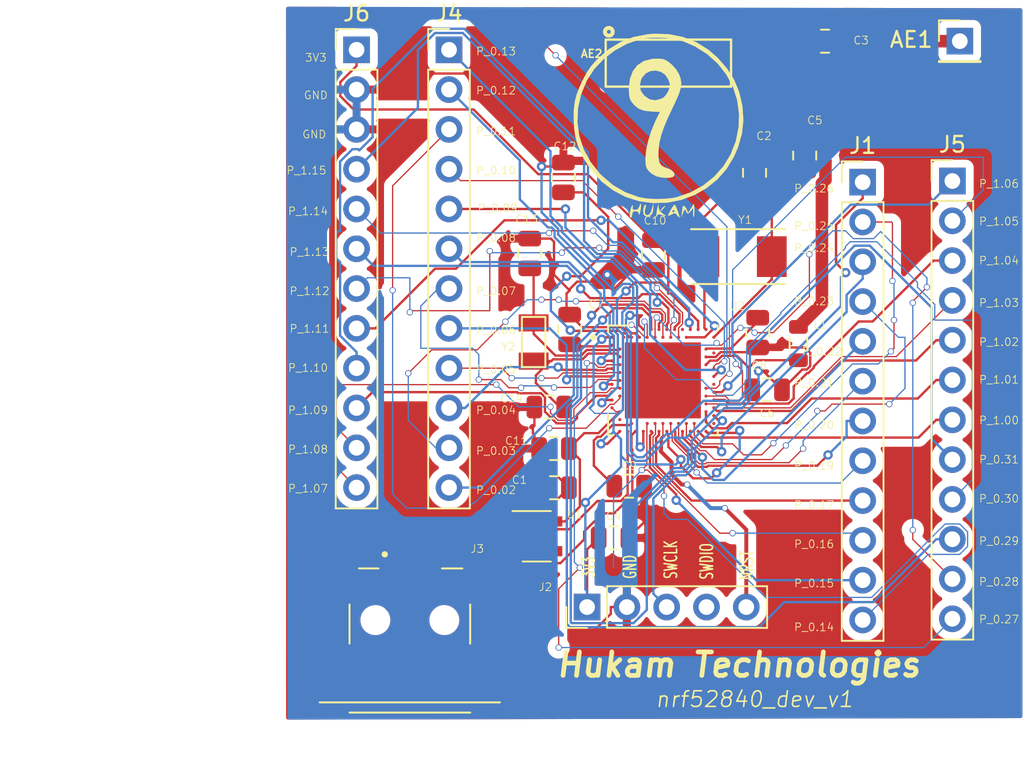
<source format=kicad_pcb>
(kicad_pcb (version 20171130) (host pcbnew 5.1.7-a382d34a8~88~ubuntu18.04.1)
  (layers (0 F.Cu signal) (31 B.Cu signal) (34 B.Paste user) (35 F.Paste user) (36 B.SilkS user) (37 F.SilkS user) (38 B.Mask user) (39 F.Mask user) (44 Edge.Cuts user))
  (net 0 "")
  (net 1 /5V)
  (net 2 "Net-(C8-Pad1)")
  (net 3 /SWDIO)
  (net 4 /SWCLK)
  (net 5 "Net-(U1-Pad4)")
  (net 6 /3V3)
  (net 7 /RF)
  (net 8 /B7)
  (net 9 /XL1)
  (net 10 /XL2)
  (net 11 "Net-(C6-Pad1)")
  (net 12 "Net-(C7-Pad1)")
  (net 13 "Net-(C9-Pad1)")
  (net 14 "Net-(C12-Pad2)")
  (net 15 /xyl1)
  (net 16 /xyl2)
  (net 17 /Reset)
  (net 18 /P0.02)
  (net 19 /P0.03)
  (net 20 /P0.04)
  (net 21 /P0.05)
  (net 22 /P0.06)
  (net 23 /P0.07)
  (net 24 /P0.08)
  (net 25 /P0.09)
  (net 26 /P0.10)
  (net 27 /P0.11)
  (net 28 /P0.12)
  (net 29 /P0.13)
  (net 30 /P0.14)
  (net 31 /P0.15)
  (net 32 /P0.16)
  (net 33 /P0.17)
  (net 34 /P0.19)
  (net 35 /P0.20)
  (net 36 /P0.21)
  (net 37 /P0.22)
  (net 38 /P0.23)
  (net 39 /P0.24)
  (net 40 /P0.25)
  (net 41 /P0.26)
  (net 42 /P0.27)
  (net 43 /P0.28)
  (net 44 /P0.29)
  (net 45 /P0.30)
  (net 46 /P0.31)
  (net 47 /P1.00)
  (net 48 /P1.01)
  (net 49 /P1.02)
  (net 50 /P1.03)
  (net 51 /P1.04)
  (net 52 /P1.05)
  (net 53 /P1.06)
  (net 54 /P1.07)
  (net 55 /P1.08)
  (net 56 /P1.09)
  (net 57 /P1.10)
  (net 58 /P1.11)
  (net 59 /P1.12)
  (net 60 /P1.13)
  (net 61 /P1.14)
  (net 62 /P1.15)
  (net 63 /D+)
  (net 64 /D-)
  (net 65 "Net-(U2-PadAB2)")
  (net 66 "Net-(U2-PadA18)")
  (net 67 "Net-(U2-PadN24)")
  (net 68 "Net-(U2-PadE24)")
  (net 69 /SWIO)
  (net 70 "Net-(U2-PadB3)")
  (net 71 "Net-(AE2-Pad3)")
  (net 72 "Net-(AE2-Pad4)")
  (net 73 "Net-(AE2-Pad5)")
  (net 74 "Net-(AE2-Pad6)")
  (module Custom_Libraries:logo_hukam_technologies (layer F.Cu) (at 105.6 56.7)
    (fp_text reference G*** hide)
    (fp_text value LOGO hide)
  )
  (module Custom_Libraries:NRF52840-QIAA-R (layer F.Cu) (at 105.95 72.75)
    (fp_text reference U2 (at 4.75 -4.75) (layer F.SilkS) (effects (font (size 0.5 0.5) (thickness 0.05))))
    (fp_text value nRF52840 hide)
    (pad AC21 smd circle (at 2 2.75) (size 0.2 0.2) (layers F.Cu F.Paste F.Mask) (net 40 /P0.25))
    (pad AC19 smd circle (at 1.5 2.75) (size 0.2 0.2) (layers F.Cu F.Paste F.Mask) (net 38 /P0.23))
    (pad AC17 smd circle (at 1 2.75) (size 0.2 0.2) (layers F.Cu F.Paste F.Mask) (net 36 /P0.21))
    (pad AC15 smd circle (at 0.5 2.75) (size 0.2 0.2) (layers F.Cu F.Paste F.Mask) (net 34 /P0.19))
    (pad AC13 smd circle (at 0 2.75) (size 0.2 0.2) (layers F.Cu F.Paste F.Mask) (net 17 /Reset))
    (pad AC11 smd circle (at -0.5 2.75) (size 0.2 0.2) (layers F.Cu F.Paste F.Mask) (net 32 /P0.16))
    (pad AC9 smd circle (at -1 2.75) (size 0.2 0.2) (layers F.Cu F.Paste F.Mask) (net 30 /P0.14))
    (pad AD23 smd circle (at 2.75 3.25) (size 0.2 0.2) (layers F.Cu F.Paste F.Mask) (net 6 /3V3))
    (pad AD22 smd circle (at 2.25 3.25) (size 0.2 0.2) (layers F.Cu F.Paste F.Mask) (net 47 /P1.00))
    (pad AD20 smd circle (at 1.75 3.25) (size 0.2 0.2) (layers F.Cu F.Paste F.Mask) (net 39 /P0.24))
    (pad AD18 smd circle (at 1.25 3.25) (size 0.2 0.2) (layers F.Cu F.Paste F.Mask) (net 37 /P0.22))
    (pad AD16 smd circle (at 0.75 3.25) (size 0.2 0.2) (layers F.Cu F.Paste F.Mask) (net 35 /P0.20))
    (pad AD14 smd circle (at 0.25 3.25) (size 0.2 0.2) (layers F.Cu F.Paste F.Mask) (net 6 /3V3))
    (pad AD12 smd circle (at -0.25 3.25) (size 0.2 0.2) (layers F.Cu F.Paste F.Mask) (net 33 /P0.17))
    (pad AD10 smd circle (at -0.75 3.25) (size 0.2 0.2) (layers F.Cu F.Paste F.Mask) (net 31 /P0.15))
    (pad AD8 smd circle (at -1.25 3.25) (size 0.2 0.2) (layers F.Cu F.Paste F.Mask) (net 29 /P0.13))
    (pad AD6 smd circle (at -1.75 3.25) (size 0.2 0.2) (layers F.Cu F.Paste F.Mask) (net 63 /D+))
    (pad AC5 smd circle (at -2 2.75) (size 0.2 0.2) (layers F.Cu F.Paste F.Mask) (net 13 "Net-(C9-Pad1)"))
    (pad AD4 smd circle (at -2.25 3.25) (size 0.2 0.2) (layers F.Cu F.Paste F.Mask) (net 64 /D-))
    (pad AD2 smd circle (at -2.75 3.25) (size 0.2 0.2) (layers F.Cu F.Paste F.Mask) (net 6 /3V3))
    (pad AB2 smd circle (at -2.75 2.5) (size 0.2 0.2) (layers F.Cu F.Paste F.Mask) (net 65 "Net-(U2-PadAB2)"))
    (pad Y2 smd circle (at -2.75 2) (size 0.2 0.2) (layers F.Cu F.Paste F.Mask) (net 6 /3V3))
    (pad W1 smd circle (at -3.25 1.75) (size 0.2 0.2) (layers F.Cu F.Paste F.Mask) (net 6 /3V3))
    (pad T2 smd circle (at -2.75 1) (size 0.2 0.2) (layers F.Cu F.Paste F.Mask) (net 27 /P0.11))
    (pad P2 smd circle (at -2.75 0.5) (size 0.2 0.2) (layers F.Cu F.Paste F.Mask) (net 55 /P1.08))
    (pad M2 smd circle (at -2.75 0) (size 0.2 0.2) (layers F.Cu F.Paste F.Mask) (net 23 /P0.07))
    (pad K2 smd circle (at -2.75 -0.5) (size 0.2 0.2) (layers F.Cu F.Paste F.Mask) (net 21 /P0.05))
    (pad U1 smd circle (at -3.25 1.25) (size 0.2 0.2) (layers F.Cu F.Paste F.Mask) (net 28 /P0.12))
    (pad R1 smd circle (at -3.25 0.75) (size 0.2 0.2) (layers F.Cu F.Paste F.Mask) (net 56 /P1.09))
    (pad N1 smd circle (at -3.25 0.25) (size 0.2 0.2) (layers F.Cu F.Paste F.Mask) (net 24 /P0.08))
    (pad L1 smd circle (at -3.25 -0.25 270) (size 0.2 0.2) (layers F.Cu F.Paste F.Mask) (net 22 /P0.06))
    (pad J1 smd circle (at -3.25 -0.75) (size 0.2 0.2) (layers F.Cu F.Paste F.Mask) (net 20 /P0.04))
    (pad H2 smd circle (at -2.75 -1) (size 0.2 0.2) (layers F.Cu F.Paste F.Mask) (net 42 /P0.27))
    (pad G1 smd circle (at -3.25 -1.25) (size 0.2 0.2) (layers F.Cu F.Paste F.Mask) (net 41 /P0.26))
    (pad F2 smd circle (at -2.75 -1.5) (size 0.2 0.2) (layers F.Cu F.Paste F.Mask) (net 16 /xyl2))
    (pad D2 smd circle (at -2.75 -2) (size 0.2 0.2) (layers F.Cu F.Paste F.Mask) (net 15 /xyl1))
    (pad C1 smd circle (at -3.25 -2.25) (size 0.2 0.2) (layers F.Cu F.Paste F.Mask) (net 12 "Net-(C7-Pad1)"))
    (pad B24 smd circle (at 3.25 -2.75) (size 0.2 0.2) (layers F.Cu F.Paste F.Mask) (net 9 /XL1))
    (pad B19 smd circle (at 1.5 -2.75) (size 0.2 0.2) (layers F.Cu F.Paste F.Mask) (net 58 /P1.11))
    (pad B17 smd circle (at 1 -2.75) (size 0.2 0.2) (layers F.Cu F.Paste F.Mask) (net 59 /P1.12))
    (pad B15 smd circle (at 0.5 -2.75) (size 0.2 0.2) (layers F.Cu F.Paste F.Mask) (net 61 /P1.14))
    (pad B13 smd circle (at 0 -2.75) (size 0.2 0.2) (layers F.Cu F.Paste F.Mask) (net 19 /P0.03))
    (pad B11 smd circle (at -0.5 -2.75) (size 0.2 0.2) (layers F.Cu F.Paste F.Mask) (net 43 /P0.28))
    (pad B9 smd circle (at -1 -2.75) (size 0.2 0.2) (layers F.Cu F.Paste F.Mask) (net 45 /P0.30))
    (pad B7 smd circle (at -1.5 -2.75) (size 0.2 0.2) (layers F.Cu F.Paste F.Mask) (net 8 /B7))
    (pad B5 smd circle (at -2 -2.75) (size 0.2 0.2) (layers F.Cu F.Paste F.Mask) (net 14 "Net-(C12-Pad2)"))
    (pad B3 smd circle (at -2.5 -2.75) (size 0.2 0.2) (layers F.Cu F.Paste F.Mask) (net 70 "Net-(U2-PadB3)"))
    (pad A23 smd circle (at 2.75 -3.25) (size 0.2 0.2) (layers F.Cu F.Paste F.Mask) (net 10 /XL2))
    (pad A22 smd circle (at 2.25 -3.25) (size 0.2 0.2) (layers F.Cu F.Paste F.Mask) (net 6 /3V3))
    (pad A20 smd circle (at 1.75 -3.25) (size 0.2 0.2) (layers F.Cu F.Paste F.Mask) (net 57 /P1.10))
    (pad A18 smd circle (at 1.25 -3.25) (size 0.2 0.2) (layers F.Cu F.Paste F.Mask) (net 66 "Net-(U2-PadA18)"))
    (pad A16 smd circle (at 0.75 -3.25) (size 0.2 0.2) (layers F.Cu F.Paste F.Mask) (net 60 /P1.13))
    (pad A14 smd circle (at 0.25 -3.25) (size 0.2 0.2) (layers F.Cu F.Paste F.Mask) (net 62 /P1.15))
    (pad A12 smd circle (at -0.25 -3.25) (size 0.2 0.2) (layers F.Cu F.Paste F.Mask) (net 18 /P0.02))
    (pad A10 smd circle (at -0.75 -3.25) (size 0.2 0.2) (layers F.Cu F.Paste F.Mask) (net 44 /P0.29))
    (pad Y23 smd circle (at 2.75 2) (size 0.2 0.2) (layers F.Cu F.Paste F.Mask) (net 48 /P1.01))
    (pad W24 smd circle (at 3.25 1.75) (size 0.2 0.2) (layers F.Cu F.Paste F.Mask) (net 49 /P1.02))
    (pad V23 smd circle (at 2.75 1.5) (size 0.2 0.2) (layers F.Cu F.Paste F.Mask) (net 50 /P1.03))
    (pad U24 smd circle (at 3.25 1.25) (size 0.2 0.2) (layers F.Cu F.Paste F.Mask) (net 51 /P1.04))
    (pad T23 smd circle (at 2.75 1) (size 0.2 0.2) (layers F.Cu F.Paste F.Mask) (net 52 /P1.05))
    (pad R24 smd circle (at 3.25 0.75) (size 0.2 0.2) (layers F.Cu F.Paste F.Mask) (net 53 /P1.06))
    (pad P23 smd circle (at 2.75 0.5) (size 0.2 0.2) (layers F.Cu F.Paste F.Mask) (net 54 /P1.07))
    (pad N24 smd circle (at 3.25 0.25) (size 0.2 0.2) (layers F.Cu F.Paste F.Mask) (net 67 "Net-(U2-PadN24)"))
    (pad L24 smd circle (at 3.25 -0.25) (size 0.2 0.2) (layers F.Cu F.Paste F.Mask) (net 25 /P0.09))
    (pad J24 smd circle (at 3.25 -0.75) (size 0.2 0.2) (layers F.Cu F.Paste F.Mask) (net 26 /P0.10))
    (pad H23 smd circle (at 2.75 -1) (size 0.2 0.2) (layers F.Cu F.Paste F.Mask) (net 11 "Net-(C6-Pad1)"))
    (pad F23 smd circle (at 2.75 -1.5) (size 0.2 0.2) (layers F.Cu F.Paste F.Mask) (net 8 /B7))
    (pad E24 smd circle (at 3.25 -1.75) (size 0.2 0.2) (layers F.Cu F.Paste F.Mask) (net 68 "Net-(U2-PadE24)"))
    (pad D23 smd circle (at 2.75 -2) (size 0.2 0.2) (layers F.Cu F.Paste F.Mask) (net 2 "Net-(C8-Pad1)"))
    (pad B1 smd circle (at -3.25 -2.75) (size 0.2 0.2) (layers F.Cu F.Paste F.Mask) (net 6 /3V3))
    (pad AC24 smd circle (at 3.25 2.75) (size 0.2 0.2) (layers F.Cu F.Paste F.Mask) (net 3 /SWDIO))
    (pad AA24 smd circle (at 3.25 2.25) (size 0.2 0.2) (layers F.Cu F.Paste F.Mask) (net 4 /SWCLK))
    (pad A8 smd circle (at -1.25 -3.25) (size 0.2 0.2) (layers F.Cu F.Paste F.Mask) (net 46 /P0.31))
    (pad 74 smd rect (at 0 0) (size 4.85 4.85) (layers F.Cu F.Mask))
  )
  (module Custom_Libraries:M830520 (layer F.Cu) (at 106.3 52.5)
    (fp_text reference AE2 (at -4.9 -0.6) (layer F.SilkS) (effects (font (size 0.5 0.5) (thickness 0.1))))
    (fp_text value M830520 hide)
    (pad 2 smd rect (at -3.4 1) (size 1 0.8) (layers F.Cu F.Paste F.Mask) (net 8 /B7))
    (pad 3 smd rect (at 0 1) (size 1 0.8) (layers F.Cu F.Paste F.Mask) (net 71 "Net-(AE2-Pad3)"))
    (pad 1 smd rect (at -3.4 -1) (size 1 0.8) (layers F.Cu F.Paste F.Mask) (net 7 /RF))
    (pad 4 smd rect (at 3.4 1) (size 1 0.8) (layers F.Cu F.Paste F.Mask) (net 72 "Net-(AE2-Pad4)"))
    (pad 5 smd rect (at 3.4 -1) (size 1 0.8) (layers F.Cu F.Paste F.Mask) (net 73 "Net-(AE2-Pad5)"))
    (pad 6 smd rect (at 0 -1) (size 1 0.8) (layers F.Cu F.Paste F.Mask) (net 74 "Net-(AE2-Pad6)"))
  )
  (module Custom_Libraries:usb_mini_TE_1734328-1 (layer F.Cu) (at 89.8 85.55)
    (fp_text reference J3 (at 4.3 -2.05) (layer F.SilkS) (effects (font (size 0.5 0.5) (thickness 0.05))))
    (fp_text value 1734328-1 hide)
    (pad None np_thru_hole circle (at 2.2 2.5) (size 0.9 0.9) (drill 0.9) (layers *.Cu *.Mask))
    (pad None np_thru_hole circle (at -2.2 2.5) (size 0.9 0.9) (drill 0.9) (layers *.Cu *.Mask))
    (pad 8 smd rect (at 4.45 5.5) (size 2 2.5) (layers F.Cu F.Paste F.Mask) (net 8 /B7))
    (pad 7 smd rect (at -4.45 5.5) (size 2 2.5) (layers F.Cu F.Paste F.Mask) (net 8 /B7))
    (pad 9 smd rect (at 4.45 0) (size 2 2.5) (layers F.Cu F.Paste F.Mask) (net 8 /B7))
    (pad 6 smd rect (at -4.45 0) (size 2 2.5) (layers F.Cu F.Paste F.Mask) (net 8 /B7))
    (pad 5 smd rect (at 1.6 -0.1 90) (size 2.3 0.5) (layers F.Cu F.Paste F.Mask) (net 8 /B7))
    (pad 4 smd rect (at 0.8 -0.1 90) (size 2.3 0.5) (layers F.Cu F.Paste F.Mask) (net 8 /B7))
    (pad 3 smd rect (at 0 -0.1 90) (size 2.3 0.5) (layers F.Cu F.Paste F.Mask) (net 63 /D+))
    (pad 2 smd rect (at -0.8 -0.1 90) (size 2.3 0.5) (layers F.Cu F.Paste F.Mask) (net 64 /D-))
    (pad 1 smd rect (at -1.6 -0.1 90) (size 2.3 0.5) (layers F.Cu F.Paste F.Mask) (net 1 /5V))
  )
  (module Custom_Libraries:XTAL320X150X90 (layer F.Cu) (at 97.7 70.3 270)
    (fp_text reference Y2 (at 0.3 1.6 180) (layer F.SilkS) (effects (font (size 0.5 0.5) (thickness 0.05))))
    (fp_text value ABS07-32.768KHZ-7-1-T hide)
    (pad 2 smd rect (at 1.2192 0 270) (size 1.0922 1.905) (layers F.Cu F.Paste F.Mask) (net 16 /xyl2))
    (pad 1 smd rect (at -1.2192 0 270) (size 1.0922 1.905) (layers F.Cu F.Paste F.Mask) (net 15 /xyl1))
  )
  (module Custom_Libraries:XTAL_ABM7-32.000MHZ-D2Y-T (layer F.Cu) (at 110.75 64.85 180)
    (fp_text reference Y1 (at -0.45 2.35) (layer F.SilkS) (effects (font (size 0.5 0.5) (thickness 0.05))))
    (fp_text value ABM7-32.000MHZ-D2Y-T hide)
    (pad 2 smd rect (at 2.15 0 180) (size 1.9 2.6) (layers F.Cu F.Paste F.Mask) (net 10 /XL2))
    (pad 1 smd rect (at -2.15 0 180) (size 1.9 2.6) (layers F.Cu F.Paste F.Mask) (net 9 /XL1))
  )
  (module Inductors_SMD:L_0805_2012Metric (layer F.Cu) (at 114.6 70.4 270)
    (fp_text reference L1 (at -1.2 -1.4) (layer F.SilkS) (effects (font (size 0.5 0.5) (thickness 0.05))))
    (fp_text value 3.3nH hide)
    (pad 2 smd roundrect (at 1.0625 0 270) (size 0.875 1.2) (layers F.Cu F.Paste F.Mask) (net 11 "Net-(C6-Pad1)"))
    (pad 1 smd roundrect (at -1.0625 0 270) (size 0.875 1.2) (layers F.Cu F.Paste F.Mask) (net 7 /RF))
  )
  (module Capacitors_SMD:C_0805_2012Metric (layer F.Cu) (at 98.7 74.45)
    (fp_text reference C14 (at -2.4 -0.55 180) (layer F.SilkS) (effects (font (size 0.5 0.5) (thickness 0.05))))
    (fp_text value 12pf hide)
    (pad 2 smd roundrect (at 0.95 0) (size 1 1.45) (layers F.Cu F.Paste F.Mask) (net 16 /xyl2))
    (pad 1 smd roundrect (at -0.95 0) (size 1 1.45) (layers F.Cu F.Paste F.Mask) (net 8 /B7))
  )
  (module Capacitors_SMD:C_0805_2012Metric (layer F.Cu) (at 97.45 64.65 270)
    (fp_text reference C13 (at -2.2 0.2 180) (layer F.SilkS) (effects (font (size 0.5 0.5) (thickness 0.05))))
    (fp_text value 12pf hide)
    (pad 2 smd roundrect (at 0.95 0 270) (size 1 1.45) (layers F.Cu F.Paste F.Mask) (net 15 /xyl1))
    (pad 1 smd roundrect (at -0.95 0 270) (size 1 1.45) (layers F.Cu F.Paste F.Mask) (net 8 /B7))
  )
  (module Capacitors_SMD:C_0805_2012Metric (layer F.Cu) (at 99.6 59.8 270)
    (fp_text reference C12 (at -2 -0.1 180) (layer F.SilkS) (effects (font (size 0.5 0.5) (thickness 0.05))))
    (fp_text value 100nf hide)
    (pad 2 smd roundrect (at 0.95 0 270) (size 1 1.45) (layers F.Cu F.Paste F.Mask) (net 14 "Net-(C12-Pad2)"))
    (pad 1 smd roundrect (at -0.95 0 270) (size 1 1.45) (layers F.Cu F.Paste F.Mask) (net 8 /B7))
  )
  (module Capacitors_SMD:C_0805_2012Metric (layer F.Cu) (at 99 77.1 180)
    (fp_text reference C11 (at 2.4 0.5) (layer F.SilkS) (effects (font (size 0.5 0.5) (thickness 0.05))))
    (fp_text value 4.7uf hide)
    (pad 2 smd roundrect (at 0.95 0 180) (size 1 1.45) (layers F.Cu F.Paste F.Mask) (net 8 /B7))
    (pad 1 smd roundrect (at -0.95 0 180) (size 1 1.45) (layers F.Cu F.Paste F.Mask) (net 6 /3V3))
  )
  (module Capacitors_SMD:C_0805_2012Metric (layer F.Cu) (at 105.35 64.75 270)
    (fp_text reference C10 (at -2.2 -0.1 180) (layer F.SilkS) (effects (font (size 0.5 0.5) (thickness 0.05))))
    (fp_text value 100nf hide)
    (pad 2 smd roundrect (at 0.95 0 270) (size 1 1.45) (layers F.Cu F.Paste F.Mask) (net 8 /B7))
    (pad 1 smd roundrect (at -0.95 0 270) (size 1 1.45) (layers F.Cu F.Paste F.Mask) (net 6 /3V3))
  )
  (module Capacitors_SMD:C_0805_2012Metric (layer F.Cu) (at 103.8 79.5)
    (fp_text reference C9 (at 0 -1.3) (layer F.SilkS) (effects (font (size 0.5 0.5) (thickness 0.05))))
    (fp_text value 4.7uf hide)
    (pad 2 smd roundrect (at 0.95 0) (size 1 1.45) (layers F.Cu F.Paste F.Mask) (net 8 /B7))
    (pad 1 smd roundrect (at -0.95 0) (size 1 1.45) (layers F.Cu F.Paste F.Mask) (net 13 "Net-(C9-Pad1)"))
  )
  (module Capacitors_SMD:C_0805_2012Metric (layer F.Cu) (at 112 69.7 270)
    (fp_text reference C8 (at 2.1 -0.1) (layer F.SilkS) (effects (font (size 0.5 0.5) (thickness 0.05))))
    (fp_text value 100nf hide)
    (pad 2 smd roundrect (at 0.95 0 270) (size 1 1.45) (layers F.Cu F.Paste F.Mask) (net 8 /B7))
    (pad 1 smd roundrect (at -0.95 0 270) (size 1 1.45) (layers F.Cu F.Paste F.Mask) (net 2 "Net-(C8-Pad1)"))
  )
  (module Capacitors_SMD:C_0805_2012Metric (layer F.Cu) (at 100 69.5 90)
    (fp_text reference C7 (at 1.6 1.7) (layer F.SilkS) (effects (font (size 0.5 0.5) (thickness 0.05))))
    (fp_text value 100nf hide)
    (pad 2 smd roundrect (at 0.95 0 90) (size 1 1.45) (layers F.Cu F.Paste F.Mask) (net 8 /B7))
    (pad 1 smd roundrect (at -0.95 0 90) (size 1 1.45) (layers F.Cu F.Paste F.Mask) (net 12 "Net-(C7-Pad1)"))
  )
  (module Capacitors_SMD:C_0805_2012Metric (layer F.Cu) (at 112.6 73.35)
    (fp_text reference C6 (at 0 1.5) (layer F.SilkS) (effects (font (size 0.5 0.5) (thickness 0.05))))
    (fp_text value 0.8pf hide)
    (pad 2 smd roundrect (at 0.95 0) (size 1 1.45) (layers F.Cu F.Paste F.Mask) (net 8 /B7))
    (pad 1 smd roundrect (at -0.95 0) (size 1 1.45) (layers F.Cu F.Paste F.Mask) (net 11 "Net-(C6-Pad1)"))
  )
  (module Capacitors_SMD:C_0805_2012Metric (layer F.Cu) (at 115 58.4 270)
    (fp_text reference C5 (at -2.25 -0.65 180) (layer F.SilkS) (effects (font (size 0.5 0.5) (thickness 0.05))))
    (fp_text value 12pf hide)
    (pad 2 smd roundrect (at 0.95 0 270) (size 1 1.45) (layers F.Cu F.Paste F.Mask) (net 10 /XL2))
    (pad 1 smd roundrect (at -0.95 0 270) (size 1 1.45) (layers F.Cu F.Paste F.Mask) (net 8 /B7))
  )
  (module Capacitors_SMD:C_0805_2012Metric (layer F.Cu) (at 102.8 82.8)
    (fp_text reference C4 (at 0 -1.4) (layer F.SilkS) (effects (font (size 0.5 0.5) (thickness 0.05))))
    (fp_text value 100nf hide)
    (pad 2 smd roundrect (at 0.95 0) (size 1 1.45) (layers F.Cu F.Paste F.Mask) (net 8 /B7))
    (pad 1 smd roundrect (at -0.95 0) (size 1 1.45) (layers F.Cu F.Paste F.Mask) (net 6 /3V3))
  )
  (module Capacitors_SMD:C_0805_2012Metric (layer F.Cu) (at 116.3 51.1 180)
    (fp_text reference C3 (at -2.3 0.05) (layer F.SilkS) (effects (font (size 0.5 0.5) (thickness 0.05))))
    (fp_text value 0.5pf hide)
    (pad 2 smd roundrect (at 0.95 0 180) (size 1 1.45) (layers F.Cu F.Paste F.Mask) (net 8 /B7))
    (pad 1 smd roundrect (at -0.95 0 180) (size 1 1.45) (layers F.Cu F.Paste F.Mask) (net 7 /RF))
  )
  (module Capacitors_SMD:C_0805_2012Metric (layer F.Cu) (at 111.8 59.5 270)
    (fp_text reference C2 (at -2.35 -0.6) (layer F.SilkS) (effects (font (size 0.5 0.5) (thickness 0.05))))
    (fp_text value 12pf hide)
    (pad 2 smd roundrect (at 0.95 0 270) (size 1 1.45) (layers F.Cu F.Paste F.Mask) (net 9 /XL1))
    (pad 1 smd roundrect (at -0.95 0 270) (size 1 1.45) (layers F.Cu F.Paste F.Mask) (net 8 /B7))
  )
  (module Capacitors_SMD:C_0805_2012Metric (layer F.Cu) (at 99 79.6)
    (fp_text reference C1 (at -2.2 -0.5) (layer F.SilkS) (effects (font (size 0.5 0.5) (thickness 0.05))))
    (fp_text value 100nf hide)
    (pad 2 smd roundrect (at 0.95 0) (size 1 1.45) (layers F.Cu F.Paste F.Mask) (net 8 /B7))
    (pad 1 smd roundrect (at -0.95 0) (size 1 1.45) (layers F.Cu F.Paste F.Mask) (net 1 /5V))
  )
  (module Pin_Headers:PinHeader_1x01_P2.54mm_Vertical (layer F.Cu) (at 124.9 51.1)
    (fp_text reference AE1 (at -3.1 -0.1) (layer F.SilkS))
    (fp_text value Antenna hide)
    (pad 1 thru_hole rect (at 0 0) (size 1.7 1.7) (drill 1) (layers *.Cu *.Mask) (net 7 /RF))
  )
  (module Pin_Headers:Pin_Header_Straight_1x05_Pitch2.54mm (layer F.Cu) (at 101.112 87.2156 90)
    (fp_text reference J2 (at 1.27504 -2.659 180) (layer F.SilkS) (effects (font (size 0.5 0.5) (thickness 0.05))))
    (fp_text value Conn_01x05_Female hide)
    (pad 5 thru_hole oval (at 0 10.16 90) (size 1.7 1.7) (drill 1) (layers *.Cu *.Mask) (net 17 /Reset))
    (pad 4 thru_hole oval (at 0 7.62 90) (size 1.7 1.7) (drill 1) (layers *.Cu *.Mask) (net 69 /SWIO))
    (pad 3 thru_hole oval (at 0 5.08 90) (size 1.7 1.7) (drill 1) (layers *.Cu *.Mask) (net 4 /SWCLK))
    (pad 2 thru_hole oval (at 0 2.54 90) (size 1.7 1.7) (drill 1) (layers *.Cu *.Mask) (net 8 /B7))
    (pad 1 thru_hole rect (at 0 0 90) (size 1.7 1.7) (drill 1) (layers *.Cu *.Mask) (net 6 /3V3))
  )
  (module TO_SOT_Packages_SMD:SOT-23-5 (layer F.Cu) (at 97.9 82.7)
    (fp_text reference U1 (at 2.4 -1.4) (layer F.SilkS) (effects (font (size 0.5 0.5) (thickness 0.05))))
    (fp_text value AP2112K-3.3 hide)
    (pad 5 smd rect (at 1.1 -0.95) (size 1.06 0.65) (layers F.Cu F.Paste F.Mask) (net 6 /3V3))
    (pad 4 smd rect (at 1.1 0.95) (size 1.06 0.65) (layers F.Cu F.Paste F.Mask) (net 5 "Net-(U1-Pad4)"))
    (pad 3 smd rect (at -1.1 0.95) (size 1.06 0.65) (layers F.Cu F.Paste F.Mask) (net 1 /5V))
    (pad 2 smd rect (at -1.1 0) (size 1.06 0.65) (layers F.Cu F.Paste F.Mask) (net 8 /B7))
    (pad 1 smd rect (at -1.1 -0.95) (size 1.06 0.65) (layers F.Cu F.Paste F.Mask) (net 1 /5V))
  )
  (module Pin_Headers:PinHeader_1x12_P2.54mm_Vertical (layer F.Cu) (at 118.7 60.1)
    (fp_text reference J1 (at 0 -2.33) (layer F.SilkS))
    (fp_text value Conn_01x12_Female hide)
    (pad 12 thru_hole oval (at 0 27.94) (size 1.7 1.7) (drill 1) (layers *.Cu *.Mask) (net 30 /P0.14))
    (pad 11 thru_hole oval (at 0 25.4) (size 1.7 1.7) (drill 1) (layers *.Cu *.Mask) (net 31 /P0.15))
    (pad 10 thru_hole oval (at 0 22.86) (size 1.7 1.7) (drill 1) (layers *.Cu *.Mask) (net 32 /P0.16))
    (pad 9 thru_hole oval (at 0 20.32) (size 1.7 1.7) (drill 1) (layers *.Cu *.Mask) (net 33 /P0.17))
    (pad 8 thru_hole oval (at 0 17.78) (size 1.7 1.7) (drill 1) (layers *.Cu *.Mask) (net 34 /P0.19))
    (pad 7 thru_hole oval (at 0 15.24) (size 1.7 1.7) (drill 1) (layers *.Cu *.Mask) (net 35 /P0.20))
    (pad 6 thru_hole oval (at 0 12.7) (size 1.7 1.7) (drill 1) (layers *.Cu *.Mask) (net 36 /P0.21))
    (pad 5 thru_hole oval (at 0 10.16) (size 1.7 1.7) (drill 1) (layers *.Cu *.Mask) (net 37 /P0.22))
    (pad 4 thru_hole oval (at 0 7.62) (size 1.7 1.7) (drill 1) (layers *.Cu *.Mask) (net 38 /P0.23))
    (pad 3 thru_hole oval (at 0 5.08) (size 1.7 1.7) (drill 1) (layers *.Cu *.Mask) (net 39 /P0.24))
    (pad 2 thru_hole oval (at 0 2.54) (size 1.7 1.7) (drill 1) (layers *.Cu *.Mask) (net 40 /P0.25))
    (pad 1 thru_hole rect (at 0 0) (size 1.7 1.7) (drill 1) (layers *.Cu *.Mask) (net 41 /P0.26))
  )
  (module Pin_Headers:PinHeader_1x12_P2.54mm_Vertical (layer F.Cu) (at 92.3 51.65)
    (fp_text reference J4 (at 0 -2.33) (layer F.SilkS))
    (fp_text value Conn_01x12_Female hide)
    (pad 1 thru_hole rect (at 0 0) (size 1.7 1.7) (drill 1) (layers *.Cu *.Mask) (net 29 /P0.13))
    (pad 2 thru_hole oval (at 0 2.54) (size 1.7 1.7) (drill 1) (layers *.Cu *.Mask) (net 28 /P0.12))
    (pad 3 thru_hole oval (at 0 5.08) (size 1.7 1.7) (drill 1) (layers *.Cu *.Mask) (net 27 /P0.11))
    (pad 4 thru_hole oval (at 0 7.62) (size 1.7 1.7) (drill 1) (layers *.Cu *.Mask) (net 26 /P0.10))
    (pad 5 thru_hole oval (at 0 10.16) (size 1.7 1.7) (drill 1) (layers *.Cu *.Mask) (net 25 /P0.09))
    (pad 6 thru_hole oval (at 0 12.7) (size 1.7 1.7) (drill 1) (layers *.Cu *.Mask) (net 24 /P0.08))
    (pad 7 thru_hole oval (at 0 15.24) (size 1.7 1.7) (drill 1) (layers *.Cu *.Mask) (net 23 /P0.07))
    (pad 8 thru_hole oval (at 0 17.78) (size 1.7 1.7) (drill 1) (layers *.Cu *.Mask) (net 22 /P0.06))
    (pad 9 thru_hole oval (at 0 20.32) (size 1.7 1.7) (drill 1) (layers *.Cu *.Mask) (net 21 /P0.05))
    (pad 10 thru_hole oval (at 0 22.86) (size 1.7 1.7) (drill 1) (layers *.Cu *.Mask) (net 20 /P0.04))
    (pad 11 thru_hole oval (at 0 25.4) (size 1.7 1.7) (drill 1) (layers *.Cu *.Mask) (net 19 /P0.03))
    (pad 12 thru_hole oval (at 0 27.94) (size 1.7 1.7) (drill 1) (layers *.Cu *.Mask) (net 18 /P0.02))
  )
  (module Pin_Headers:PinHeader_1x12_P2.54mm_Vertical (layer F.Cu) (at 124.425 60.025)
    (fp_text reference J5 (at 0 -2.33) (layer F.SilkS))
    (fp_text value Conn_01x12_Female hide)
    (pad 1 thru_hole rect (at 0 0) (size 1.7 1.7) (drill 1) (layers *.Cu *.Mask) (net 53 /P1.06))
    (pad 2 thru_hole oval (at 0 2.54) (size 1.7 1.7) (drill 1) (layers *.Cu *.Mask) (net 52 /P1.05))
    (pad 3 thru_hole oval (at 0 5.08) (size 1.7 1.7) (drill 1) (layers *.Cu *.Mask) (net 51 /P1.04))
    (pad 4 thru_hole oval (at 0 7.62) (size 1.7 1.7) (drill 1) (layers *.Cu *.Mask) (net 50 /P1.03))
    (pad 5 thru_hole oval (at 0 10.16) (size 1.7 1.7) (drill 1) (layers *.Cu *.Mask) (net 49 /P1.02))
    (pad 6 thru_hole oval (at 0 12.7) (size 1.7 1.7) (drill 1) (layers *.Cu *.Mask) (net 48 /P1.01))
    (pad 7 thru_hole oval (at 0 15.24) (size 1.7 1.7) (drill 1) (layers *.Cu *.Mask) (net 47 /P1.00))
    (pad 8 thru_hole oval (at 0 17.78) (size 1.7 1.7) (drill 1) (layers *.Cu *.Mask) (net 46 /P0.31))
    (pad 9 thru_hole oval (at 0 20.32) (size 1.7 1.7) (drill 1) (layers *.Cu *.Mask) (net 45 /P0.30))
    (pad 10 thru_hole oval (at 0 22.86) (size 1.7 1.7) (drill 1) (layers *.Cu *.Mask) (net 44 /P0.29))
    (pad 11 thru_hole oval (at 0 25.4) (size 1.7 1.7) (drill 1) (layers *.Cu *.Mask) (net 43 /P0.28))
    (pad 12 thru_hole oval (at 0 27.94) (size 1.7 1.7) (drill 1) (layers *.Cu *.Mask) (net 42 /P0.27))
  )
  (module Pin_Headers:PinHeader_1x12_P2.54mm_Vertical (layer F.Cu) (at 86.4 51.65)
    (fp_text reference J6 (at 0 -2.33) (layer F.SilkS))
    (fp_text value Conn_01x12_Female hide)
    (pad 12 thru_hole oval (at 0 27.94) (size 1.7 1.7) (drill 1) (layers *.Cu *.Mask) (net 54 /P1.07))
    (pad 11 thru_hole oval (at 0 25.4) (size 1.7 1.7) (drill 1) (layers *.Cu *.Mask) (net 55 /P1.08))
    (pad 10 thru_hole oval (at 0 22.86) (size 1.7 1.7) (drill 1) (layers *.Cu *.Mask) (net 56 /P1.09))
    (pad 9 thru_hole oval (at 0 20.32) (size 1.7 1.7) (drill 1) (layers *.Cu *.Mask) (net 57 /P1.10))
    (pad 8 thru_hole oval (at 0 17.78) (size 1.7 1.7) (drill 1) (layers *.Cu *.Mask) (net 58 /P1.11))
    (pad 7 thru_hole oval (at 0 15.24) (size 1.7 1.7) (drill 1) (layers *.Cu *.Mask) (net 59 /P1.12))
    (pad 6 thru_hole oval (at 0 12.7) (size 1.7 1.7) (drill 1) (layers *.Cu *.Mask) (net 60 /P1.13))
    (pad 5 thru_hole oval (at 0 10.16) (size 1.7 1.7) (drill 1) (layers *.Cu *.Mask) (net 61 /P1.14))
    (pad 4 thru_hole oval (at 0 7.62) (size 1.7 1.7) (drill 1) (layers *.Cu *.Mask) (net 62 /P1.15))
    (pad 3 thru_hole oval (at 0 5.08) (size 1.7 1.7) (drill 1) (layers *.Cu *.Mask) (net 8 /B7))
    (pad 2 thru_hole oval (at 0 2.54) (size 1.7 1.7) (drill 1) (layers *.Cu *.Mask) (net 8 /B7))
    (pad 1 thru_hole rect (at 0 0) (size 1.7 1.7) (drill 1) (layers *.Cu *.Mask) (net 6 /3V3))
  )
  (gr_text "Hukam Technologies" (at 110.8 90.9) (layer F.SilkS) (effects (font (size 1.5 1.5) (thickness 0.3) italic)))
  (gr_text P_0.27 (at 127.4 88) (layer F.SilkS) (effects (font (size 0.5 0.5) (thickness 0.05))))
  (gr_text P_0.28 (at 127.4 85.6) (layer F.SilkS) (effects (font (size 0.5 0.5) (thickness 0.05))))
  (gr_text P_0.29 (at 127.4 83) (layer F.SilkS) (effects (font (size 0.5 0.5) (thickness 0.05))))
  (gr_text P_0.30 (at 127.4 80.3) (layer F.SilkS) (effects (font (size 0.5 0.5) (thickness 0.05))))
  (gr_text P_0.31 (at 127.4 77.8) (layer F.SilkS) (effects (font (size 0.5 0.5) (thickness 0.05))))
  (gr_text P_1.00 (at 127.4 75.3) (layer F.SilkS) (effects (font (size 0.5 0.5) (thickness 0.05))))
  (gr_text P_1.01 (at 127.4 72.7) (layer F.SilkS) (effects (font (size 0.5 0.5) (thickness 0.05))))
  (gr_text P_1.02 (at 127.4 70.3) (layer F.SilkS) (effects (font (size 0.5 0.5) (thickness 0.05))))
  (gr_text P_1.03 (at 127.4 67.8) (layer F.SilkS) (effects (font (size 0.5 0.5) (thickness 0.05))))
  (gr_text P_1.04 (at 127.4 65.1) (layer F.SilkS) (effects (font (size 0.5 0.5) (thickness 0.05))))
  (gr_text P_1.05 (at 127.4 62.6) (layer F.SilkS) (effects (font (size 0.5 0.5) (thickness 0.05))))
  (gr_text P_1.06 (at 127.4 60.2) (layer F.SilkS) (effects (font (size 0.5 0.5) (thickness 0.05))))
  (gr_text P_0.02 (at 95.3 79.75) (layer F.SilkS) (effects (font (size 0.5 0.5) (thickness 0.05))))
  (gr_text P_0.03 (at 95.3 77.25) (layer F.SilkS) (effects (font (size 0.5 0.5) (thickness 0.05))))
  (gr_text P_0.04 (at 95.3 74.65) (layer F.SilkS) (effects (font (size 0.5 0.5) (thickness 0.05))))
  (gr_text P_0.05 (at 95.3 72.05) (layer F.SilkS) (effects (font (size 0.5 0.5) (thickness 0.05))))
  (gr_text P_0.06 (at 95.3 69.55) (layer F.SilkS) (effects (font (size 0.5 0.5) (thickness 0.05))))
  (gr_text P_0.07 (at 95.3 67.05) (layer F.SilkS) (effects (font (size 0.5 0.5) (thickness 0.05))))
  (gr_text P_0.08 (at 95.3 63.65) (layer F.SilkS) (effects (font (size 0.5 0.5) (thickness 0.05))))
  (gr_text P_0.09 (at 95.4 61.75) (layer F.SilkS) (effects (font (size 0.5 0.5) (thickness 0.05))))
  (gr_text P_0.10 (at 95.3 59.35) (layer F.SilkS) (effects (font (size 0.5 0.5) (thickness 0.05))))
  (gr_text P_0.11 (at 95.3 56.85) (layer F.SilkS) (effects (font (size 0.5 0.5) (thickness 0.05))))
  (gr_text P_0.12 (at 95.3 54.25) (layer F.SilkS) (effects (font (size 0.5 0.5) (thickness 0.05))))
  (gr_text P_0.13 (at 95.3 51.75) (layer F.SilkS) (effects (font (size 0.5 0.5) (thickness 0.05))))
  (gr_text P_0.14 (at 115.6 88.5) (layer F.SilkS) (effects (font (size 0.5 0.5) (thickness 0.05))))
  (gr_text P_0.15 (at 115.6 85.7) (layer F.SilkS) (effects (font (size 0.5 0.5) (thickness 0.05))))
  (gr_text P_0.16 (at 115.6 83.2) (layer F.SilkS) (effects (font (size 0.5 0.5) (thickness 0.05))))
  (gr_text P_0.17 (at 115.6 80.7) (layer F.SilkS) (effects (font (size 0.5 0.5) (thickness 0.05))))
  (gr_text P_0.19 (at 115.6 78.2) (layer F.SilkS) (effects (font (size 0.5 0.5) (thickness 0.05))))
  (gr_text P_0.20 (at 115.6 75.6) (layer F.SilkS) (effects (font (size 0.5 0.5) (thickness 0.05))))
  (gr_text P_0.21 (at 115.6 72.9) (layer F.SilkS) (effects (font (size 0.5 0.5) (thickness 0.05))))
  (gr_text P_0.22 (at 116.1 70.9) (layer F.SilkS) (effects (font (size 0.5 0.5) (thickness 0.05))))
  (gr_text P_0.23 (at 115.6 67.7) (layer F.SilkS) (effects (font (size 0.5 0.5) (thickness 0.05))))
  (gr_text P_0.24 (at 115.6 64.3) (layer F.SilkS) (effects (font (size 0.5 0.5) (thickness 0.05))))
  (gr_text P_0.25 (at 115.6 62.9) (layer F.SilkS) (effects (font (size 0.5 0.5) (thickness 0.05))))
  (gr_text P_0.26 (at 115.6 60.5) (layer F.SilkS) (effects (font (size 0.5 0.5) (thickness 0.05))))
  (gr_text P_1.07 (at 83.3 79.65) (layer F.SilkS) (effects (font (size 0.5 0.5) (thickness 0.05))))
  (gr_text P_1.08 (at 83.3 77.15) (layer F.SilkS) (effects (font (size 0.5 0.5) (thickness 0.05))))
  (gr_text P_1.09 (at 83.3 74.65) (layer F.SilkS) (effects (font (size 0.5 0.5) (thickness 0.05))))
  (gr_text P_1.10 (at 83.3 71.95) (layer F.SilkS) (effects (font (size 0.5 0.5) (thickness 0.05))))
  (gr_text P_1.11 (at 83.4 69.45) (layer F.SilkS) (effects (font (size 0.5 0.5) (thickness 0.05))))
  (gr_text P_1.12 (at 83.4 67.05) (layer F.SilkS) (effects (font (size 0.5 0.5) (thickness 0.05))))
  (gr_text P_1.13 (at 83.4 64.55) (layer F.SilkS) (effects (font (size 0.5 0.5) (thickness 0.05))))
  (gr_text P_1.14 (at 83.3 61.95) (layer F.SilkS) (effects (font (size 0.5 0.5) (thickness 0.05))))
  (gr_text P_1.15 (at 83.2 59.35) (layer F.SilkS) (effects (font (size 0.5 0.5) (thickness 0.05))))
  (gr_text GND (at 83.7 57.05) (layer F.SilkS) (effects (font (size 0.5 0.5) (thickness 0.05))))
  (gr_text nrf52840_dev_v1 (at 111.8 93.1) (layer F.SilkS) (effects (font (size 1 1) (thickness 0.1) italic)))
  (gr_text NRST (at 111.3 84.55 90) (layer F.SilkS) (effects (font (size 0.8 0.5) (thickness 0.1))))
  (gr_text SWCLK (at 106.45654 84.18796 90) (layer F.SilkS) (effects (font (size 0.8 0.5) (thickness 0.1))))
  (gr_text SWDIO (at 108.75 84.3 90) (layer F.SilkS) (effects (font (size 0.8 0.5) (thickness 0.1))))
  (gr_text 3V3 (at 101.20382 84.66548 90) (layer F.SilkS) (effects (font (size 0.8 0.5) (thickness 0.1))))
  (gr_text GND (at 103.85 84.65 90) (layer F.SilkS) (effects (font (size 0.8 0.5) (thickness 0.1))))
  (gr_text GND (at 83.8 54.55) (layer F.SilkS) (effects (font (size 0.5 0.5) (thickness 0.05))))
  (gr_text 3V3 (at 83.8 52.15) (layer F.SilkS) (effects (font (size 0.5 0.5) (thickness 0.05))))
  (segment (start 96.8 81.75) (end 96.0947 81.75) (width 0.15) (layer F.Cu) (net 1))
  (segment (start 96.8 83.65) (end 96.0947 83.65) (width 0.15) (layer F.Cu) (net 1))
  (segment (start 96.0867 83.2937) (end 96.0947 83.3017) (width 0.15) (layer F.Cu) (net 1))
  (segment (start 96.0947 83.3017) (end 96.0947 83.65) (width 0.15) (layer F.Cu) (net 1))
  (segment (start 96.0947 81.75) (end 96.0947 83.2857) (width 0.15) (layer F.Cu) (net 1))
  (segment (start 96.0947 83.2857) (end 96.0867 83.2937) (width 0.15) (layer F.Cu) (net 1))
  (segment (start 88.2 84.1247) (end 89.031 83.2937) (width 0.15) (layer F.Cu) (net 1))
  (segment (start 89.031 83.2937) (end 96.0867 83.2937) (width 0.15) (layer F.Cu) (net 1))
  (segment (start 88.2 85.45) (end 88.2 84.1247) (width 0.15) (layer F.Cu) (net 1))
  (segment (start 97.1495 81.75) (end 96.8 81.75) (width 0.15) (layer F.Cu) (net 1))
  (segment (start 97.1495 81.75) (end 97.5053 81.75) (width 0.15) (layer F.Cu) (net 1))
  (segment (start 97.5053 81.75) (end 97.5053 80.1447) (width 0.15) (layer F.Cu) (net 1))
  (segment (start 97.5053 80.1447) (end 98.05 79.6) (width 0.15) (layer F.Cu) (net 1))
  (segment (start 108.7307 70.7193) (end 108.7 70.75) (width 0.15) (layer F.Cu) (net 2))
  (segment (start 110.2807 70.7193) (end 108.7307 70.7193) (width 0.15) (layer F.Cu) (net 2))
  (segment (start 112 68.75) (end 112 69) (width 0.15) (layer F.Cu) (net 2))
  (segment (start 112 69) (end 110.2807 70.7193) (width 0.15) (layer F.Cu) (net 2))
  (segment (start 109.2 75) (end 109.5275 75.3275) (width 0.15) (layer F.Cu) (net 4))
  (segment (start 109.5275 75.3275) (end 109.7468 75.3275) (width 0.15) (layer F.Cu) (net 4))
  (via (at 109.7468 75.3275) (size 0.6) (layers F.Cu B.Cu) (net 4))
  (segment (start 108.015023 78.208949) (end 107.418917 78.805055) (width 0.15) (layer B.Cu) (net 4))
  (segment (start 109.7468 75.3275) (end 108.015023 77.059277) (width 0.15) (layer B.Cu) (net 4))
  (segment (start 107.418917 78.805055) (end 106.818917 78.805055) (width 0.15) (layer B.Cu) (net 4))
  (segment (start 105.342001 86.365601) (end 106.192 87.2156) (width 0.15) (layer B.Cu) (net 4))
  (segment (start 108.015023 77.059277) (end 108.015023 78.208949) (width 0.15) (layer B.Cu) (net 4))
  (segment (start 106.818917 78.805055) (end 105.342001 80.281969) (width 0.15) (layer B.Cu) (net 4))
  (segment (start 105.342001 80.281969) (end 105.342001 86.365601) (width 0.15) (layer B.Cu) (net 4))
  (segment (start 105.35 63.8) (end 101.1378 59.5878) (width 0.15) (layer F.Cu) (net 6))
  (segment (start 101.1378 59.5878) (end 97.994 59.5878) (width 0.15) (layer F.Cu) (net 6))
  (segment (start 97.994 59.5878) (end 93.8662 55.46) (width 0.15) (layer F.Cu) (net 6))
  (segment (start 93.8662 55.46) (end 86.215 55.46) (width 0.15) (layer F.Cu) (net 6))
  (segment (start 86.215 55.46) (end 85.3609 54.6059) (width 0.15) (layer F.Cu) (net 6))
  (segment (start 85.3609 54.6059) (end 85.3609 53.7144) (width 0.15) (layer F.Cu) (net 6))
  (segment (start 85.3609 53.7144) (end 86.4 52.6753) (width 0.15) (layer F.Cu) (net 6))
  (segment (start 106.2941 67.2033) (end 106.2941 64.7441) (width 0.15) (layer F.Cu) (net 6))
  (segment (start 106.2941 64.7441) (end 105.35 63.8) (width 0.15) (layer F.Cu) (net 6))
  (segment (start 103.275 77.5669) (end 103.275 76.5043) (width 0.15) (layer B.Cu) (net 6))
  (segment (start 101.0016 80.5436) (end 103.275 78.2702) (width 0.15) (layer B.Cu) (net 6))
  (segment (start 103.275 78.2702) (end 103.275 77.5669) (width 0.15) (layer B.Cu) (net 6))
  (segment (start 101.112 87.2156) (end 101.112 86.1903) (width 0.15) (layer B.Cu) (net 6))
  (segment (start 100.6506 80.5436) (end 100.6506 77.8006) (width 0.15) (layer F.Cu) (net 6))
  (segment (start 100.6506 77.8006) (end 99.95 77.1) (width 0.15) (layer F.Cu) (net 6))
  (segment (start 99.7053 81.75) (end 100.6506 80.8047) (width 0.15) (layer F.Cu) (net 6))
  (segment (start 100.6506 80.8047) (end 100.6506 80.5436) (width 0.15) (layer F.Cu) (net 6))
  (segment (start 101.0016 80.5436) (end 100.6506 80.5436) (width 0.15) (layer F.Cu) (net 6))
  (segment (start 101.112 86.1903) (end 101.0016 86.0799) (width 0.15) (layer B.Cu) (net 6))
  (segment (start 101.0016 86.0799) (end 101.0016 80.5436) (width 0.15) (layer B.Cu) (net 6))
  (segment (start 86.4 51.65) (end 86.4 52.6753) (width 0.15) (layer F.Cu) (net 6))
  (segment (start 99 81.75) (end 99.7053 81.75) (width 0.15) (layer F.Cu) (net 6))
  (segment (start 101.112 87.2156) (end 101.112 83.538) (width 0.15) (layer F.Cu) (net 6))
  (segment (start 101.112 83.538) (end 101.85 82.8) (width 0.15) (layer F.Cu) (net 6))
  (via (at 101.0016 80.5436) (size 0.6) (layers F.Cu B.Cu) (net 6))
  (segment (start 108.7 76) (end 108.799999 76.099999) (width 0.15) (layer F.Cu) (net 6))
  (segment (start 110.696791 76.099999) (end 110.8518 75.94499) (width 0.15) (layer F.Cu) (net 6))
  (segment (start 108.799999 76.099999) (end 110.696791 76.099999) (width 0.15) (layer F.Cu) (net 6))
  (via (at 110.8518 75.94499) (size 0.6) (drill 0.3) (layers F.Cu B.Cu) (net 6))
  (via (at 109.378095 78.650021) (size 0.6) (drill 0.3) (layers F.Cu B.Cu) (net 6))
  (segment (start 110.8518 77.176316) (end 109.378095 78.650021) (width 0.15) (layer B.Cu) (net 6))
  (segment (start 110.8518 75.94499) (end 110.8518 77.176316) (width 0.15) (layer B.Cu) (net 6))
  (segment (start 102.95 74.75) (end 102.7 74.5) (width 0.08) (layer F.Cu) (net 6))
  (segment (start 103.2 74.75) (end 102.95 74.75) (width 0.08) (layer F.Cu) (net 6))
  (segment (start 103.275 74.7365) (end 103.15575 74.85575) (width 0.15) (layer B.Cu) (net 6))
  (via (at 103.6 67.04499) (size 0.6) (drill 0.3) (layers F.Cu B.Cu) (net 6))
  (segment (start 101.275045 74.524955) (end 101.60584 74.85575) (width 0.08) (layer B.Cu) (net 6))
  (segment (start 101.60584 74.85575) (end 103.15575 74.85575) (width 0.08) (layer B.Cu) (net 6))
  (segment (start 101.275045 74.524955) (end 101.525042 74.274958) (width 0.15) (layer B.Cu) (net 6))
  (segment (start 102.7 70) (end 102.168763 70) (width 0.15) (layer F.Cu) (net 6))
  (via (at 102.047074 70.121689) (size 0.6) (drill 0.3) (layers F.Cu B.Cu) (net 6))
  (segment (start 102.168763 70) (end 102.047074 70.121689) (width 0.15) (layer F.Cu) (net 6))
  (segment (start 101.525042 74.274958) (end 101.525042 70.643721) (width 0.15) (layer B.Cu) (net 6))
  (segment (start 101.525042 70.643721) (end 102.047074 70.121689) (width 0.15) (layer B.Cu) (net 6))
  (segment (start 106.2941 67.06237) (end 105.736143 66.504413) (width 0.15) (layer F.Cu) (net 6))
  (segment (start 105.736143 66.504413) (end 104.140577 66.504413) (width 0.15) (layer F.Cu) (net 6))
  (segment (start 106.2941 67.2033) (end 106.2941 67.06237) (width 0.15) (layer F.Cu) (net 6))
  (segment (start 104.140577 66.504413) (end 103.6 67.04499) (width 0.15) (layer F.Cu) (net 6))
  (segment (start 100.935013 76.114987) (end 101.835013 76.114987) (width 0.15) (layer F.Cu) (net 6))
  (segment (start 99.95 77.1) (end 100.935013 76.114987) (width 0.15) (layer F.Cu) (net 6))
  (segment (start 103.2 76) (end 102.4 76.8) (width 0.15) (layer F.Cu) (net 6))
  (via (at 102 76.8) (size 0.6) (drill 0.3) (layers F.Cu B.Cu) (net 6))
  (segment (start 101.835013 76.114987) (end 103.2 74.75) (width 0.15) (layer F.Cu) (net 6))
  (segment (start 102.4 76.8) (end 102 76.8) (width 0.15) (layer F.Cu) (net 6))
  (segment (start 102.8 75.2115) (end 103.275 74.7365) (width 0.15) (layer B.Cu) (net 6))
  (segment (start 103.275 76.5043) (end 102.8 76.0293) (width 0.15) (layer B.Cu) (net 6))
  (segment (start 102.8 76.0293) (end 102.8 75.2115) (width 0.15) (layer B.Cu) (net 6))
  (segment (start 102.1 76.7) (end 102 76.8) (width 0.15) (layer B.Cu) (net 6))
  (segment (start 102.5 76.2) (end 102.1 76.6) (width 0.15) (layer B.Cu) (net 6))
  (segment (start 102.1 76.6) (end 102.1 76.7) (width 0.15) (layer B.Cu) (net 6))
  (segment (start 102.6293 76.2) (end 102.8 76.0293) (width 0.15) (layer B.Cu) (net 6))
  (segment (start 102.5 76.2) (end 102.6293 76.2) (width 0.15) (layer B.Cu) (net 6))
  (segment (start 106.2 76.1) (end 106.300001 76.200001) (width 0.15) (layer F.Cu) (net 6))
  (segment (start 109.378095 78.650021) (end 109.028116 79) (width 0.15) (layer F.Cu) (net 6))
  (segment (start 107.099998 78.224264) (end 107.099998 77.8) (width 0.15) (layer F.Cu) (net 6))
  (segment (start 106.784976 78.115022) (end 107.099998 77.8) (width 0.15) (layer B.Cu) (net 6))
  (segment (start 106.300001 77.000003) (end 107.099998 77.8) (width 0.15) (layer F.Cu) (net 6))
  (segment (start 107.875734 79) (end 107.099998 78.224264) (width 0.15) (layer F.Cu) (net 6))
  (segment (start 109.028116 79) (end 107.875734 79) (width 0.15) (layer F.Cu) (net 6))
  (via (at 107.099998 77.8) (size 0.6) (drill 0.3) (layers F.Cu B.Cu) (net 6))
  (segment (start 103.823122 78.115022) (end 106.784976 78.115022) (width 0.15) (layer B.Cu) (net 6))
  (segment (start 103.275 77.5669) (end 103.823122 78.115022) (width 0.15) (layer B.Cu) (net 6))
  (segment (start 106.300001 76.200001) (end 106.300001 77.000003) (width 0.15) (layer F.Cu) (net 6))
  (segment (start 103.275 74.7365) (end 103.4 74.6115) (width 0.15) (layer B.Cu) (net 6))
  (segment (start 103.4 74.6115) (end 103.4 69.83098) (width 0.15) (layer B.Cu) (net 6))
  (segment (start 103.014988 67.630002) (end 103.6 67.04499) (width 0.15) (layer B.Cu) (net 6))
  (segment (start 103.014988 69.445968) (end 103.014988 67.630002) (width 0.15) (layer B.Cu) (net 6))
  (segment (start 103.4 69.83098) (end 103.014988 69.445968) (width 0.15) (layer B.Cu) (net 6))
  (segment (start 108.2 68.964334) (end 106.438966 67.2033) (width 0.15) (layer F.Cu) (net 6))
  (segment (start 106.438966 67.2033) (end 106.2941 67.2033) (width 0.15) (layer F.Cu) (net 6))
  (segment (start 108.2 69.5) (end 108.2 68.964334) (width 0.15) (layer F.Cu) (net 6))
  (segment (start 124.9 51.1) (end 117.25 51.1) (width 0.8) (layer F.Cu) (net 7))
  (segment (start 116.32501 59.952088) (end 116.1 60.177098) (width 0.8) (layer F.Cu) (net 7))
  (segment (start 116.1 58.522902) (end 116.32501 58.747912) (width 0.8) (layer F.Cu) (net 7))
  (segment (start 116.1 58.277098) (end 116.1 58.522902) (width 0.8) (layer F.Cu) (net 7))
  (segment (start 116.32501 56.847912) (end 116.32501 58.052088) (width 0.8) (layer F.Cu) (net 7))
  (segment (start 116.1 56.622902) (end 116.32501 56.847912) (width 0.8) (layer F.Cu) (net 7))
  (segment (start 116.45001 51.927088) (end 116.1 52.277098) (width 0.8) (layer F.Cu) (net 7))
  (segment (start 116.45001 51.89999) (end 116.45001 51.927088) (width 0.8) (layer F.Cu) (net 7))
  (segment (start 117.25 51.1) (end 116.45001 51.89999) (width 0.8) (layer F.Cu) (net 7))
  (segment (start 116.1 60.177098) (end 116.1 67.8375) (width 0.8) (layer F.Cu) (net 7))
  (segment (start 116.32501 58.747912) (end 116.32501 59.952088) (width 0.8) (layer F.Cu) (net 7))
  (segment (start 116.32501 58.052088) (end 116.1 58.277098) (width 0.8) (layer F.Cu) (net 7))
  (segment (start 116.1 52.277098) (end 116.1 56.622902) (width 0.8) (layer F.Cu) (net 7))
  (segment (start 116.1 67.8375) (end 114.6 69.3375) (width 0.8) (layer F.Cu) (net 7))
  (segment (start 102.9 50) (end 102.9 50.3) (width 0.8) (layer F.Cu) (net 7))
  (segment (start 102.9 50) (end 102.9 51.5) (width 0.8) (layer F.Cu) (net 7))
  (segment (start 113.6 50) (end 102.9 50) (width 0.8) (layer F.Cu) (net 7))
  (segment (start 117.25 50.9686) (end 116.6 50.3186) (width 0.8) (layer F.Cu) (net 7))
  (segment (start 117.25 51.1) (end 117.25 50.9686) (width 0.8) (layer F.Cu) (net 7))
  (segment (start 116.6 50.3186) (end 116.6 49.7) (width 0.8) (layer F.Cu) (net 7))
  (segment (start 116.5 49.6) (end 114 49.6) (width 0.8) (layer F.Cu) (net 7))
  (segment (start 116.6 49.7) (end 116.5 49.6) (width 0.8) (layer F.Cu) (net 7))
  (segment (start 114 49.6) (end 113.6 50) (width 0.8) (layer F.Cu) (net 7))
  (segment (start 97.75 74.45) (end 97.75 75.6447) (width 0.15) (layer F.Cu) (net 8))
  (segment (start 97.75 75.6447) (end 97.6552 75.7395) (width 0.15) (layer F.Cu) (net 8))
  (segment (start 97.6552 75.7395) (end 97.6552 76.1331) (width 0.15) (layer F.Cu) (net 8))
  (segment (start 97.6552 76.1331) (end 97.75 76.2279) (width 0.15) (layer F.Cu) (net 8))
  (segment (start 97.75 76.2279) (end 97.75 76.8) (width 0.15) (layer F.Cu) (net 8))
  (segment (start 97.75 76.8) (end 98.05 77.1) (width 0.15) (layer F.Cu) (net 8))
  (segment (start 102.7428 67.009) (end 104.0518 65.7) (width 0.15) (layer F.Cu) (net 8))
  (segment (start 104.0518 65.7) (end 105.35 65.7) (width 0.15) (layer F.Cu) (net 8))
  (segment (start 99.6 58.85) (end 99.3521 59.0979) (width 0.15) (layer F.Cu) (net 8))
  (segment (start 99.3521 59.0979) (end 98.2066 59.0979) (width 0.15) (layer F.Cu) (net 8))
  (segment (start 111.8 58.55) (end 99.9 58.55) (width 0.15) (layer F.Cu) (net 8))
  (segment (start 99.9 58.55) (end 99.6 58.85) (width 0.15) (layer F.Cu) (net 8))
  (segment (start 98.05 78.6986) (end 99.0486 78.6986) (width 0.15) (layer F.Cu) (net 8))
  (segment (start 99.0486 78.6986) (end 99.95 79.6) (width 0.15) (layer F.Cu) (net 8))
  (segment (start 86.5253 85.55) (end 86.5253 85.4031) (width 0.15) (layer F.Cu) (net 8))
  (segment (start 86.5253 85.4031) (end 90.4288 81.4996) (width 0.15) (layer F.Cu) (net 8))
  (segment (start 90.4288 81.4996) (end 94.0584 81.4996) (width 0.15) (layer F.Cu) (net 8))
  (segment (start 94.0584 81.4996) (end 96.8594 78.6986) (width 0.15) (layer F.Cu) (net 8))
  (segment (start 96.8594 78.6986) (end 98.05 78.6986) (width 0.15) (layer F.Cu) (net 8))
  (segment (start 98.05 78.6986) (end 98.05 77.1) (width 0.15) (layer F.Cu) (net 8))
  (segment (start 85.35 85.55) (end 86.5253 85.55) (width 0.15) (layer F.Cu) (net 8))
  (segment (start 85.35 85.55) (end 85.35 86.7753) (width 0.15) (layer F.Cu) (net 8))
  (segment (start 103.75 82.8) (end 104.75 81.8) (width 0.15) (layer F.Cu) (net 8))
  (segment (start 104.75 81.8) (end 104.75 79.5) (width 0.15) (layer F.Cu) (net 8))
  (segment (start 97.5053 82.7) (end 98.1248 82.0805) (width 0.15) (layer F.Cu) (net 8))
  (segment (start 98.1248 82.0805) (end 98.1248 81.4252) (width 0.15) (layer F.Cu) (net 8))
  (segment (start 98.1248 81.4252) (end 99.95 79.6) (width 0.15) (layer F.Cu) (net 8))
  (segment (start 85.35 86.7753) (end 85.35 91.05) (width 0.15) (layer F.Cu) (net 8))
  (segment (start 85.35 86.7753) (end 90.6 86.7753) (width 0.15) (layer F.Cu) (net 8))
  (segment (start 90.6 85.45) (end 90.6 86.7753) (width 0.15) (layer F.Cu) (net 8))
  (segment (start 115 57.45) (end 113.9 58.55) (width 0.15) (layer F.Cu) (net 8))
  (segment (start 113.9 58.55) (end 111.8 58.55) (width 0.15) (layer F.Cu) (net 8))
  (segment (start 86.4 54.19) (end 87.4253 54.19) (width 0.15) (layer F.Cu) (net 8))
  (segment (start 88.4506 53.1647) (end 87.4253 54.19) (width 0.15) (layer F.Cu) (net 8))
  (segment (start 85.35 91.05) (end 93.0747 91.05) (width 0.15) (layer F.Cu) (net 8))
  (segment (start 94.25 91.05) (end 93.0747 91.05) (width 0.15) (layer F.Cu) (net 8))
  (segment (start 96.8 82.7) (end 97.5053 82.7) (width 0.15) (layer F.Cu) (net 8))
  (segment (start 94.25 85.55) (end 93.0747 85.55) (width 0.15) (layer F.Cu) (net 8))
  (segment (start 91.4 84.7873) (end 92.312 84.7873) (width 0.15) (layer F.Cu) (net 8))
  (segment (start 92.312 84.7873) (end 93.0747 85.55) (width 0.15) (layer F.Cu) (net 8))
  (segment (start 91.4 84.7873) (end 91.4 84.1247) (width 0.15) (layer F.Cu) (net 8))
  (segment (start 91.4 85.45) (end 91.4 84.7873) (width 0.15) (layer F.Cu) (net 8))
  (segment (start 90.6 85.45) (end 90.6 84.1247) (width 0.15) (layer F.Cu) (net 8))
  (segment (start 90.6 84.1247) (end 91.4 84.1247) (width 0.15) (layer F.Cu) (net 8))
  (segment (start 94.25 91.05) (end 99.2256 91.05) (width 0.15) (layer F.Cu) (net 8))
  (segment (start 99.2256 91.05) (end 102.6267 87.6489) (width 0.15) (layer F.Cu) (net 8))
  (segment (start 102.6267 87.6489) (end 102.6267 87.2156) (width 0.15) (layer F.Cu) (net 8))
  (segment (start 103.652 87.2156) (end 102.6267 87.2156) (width 0.15) (layer F.Cu) (net 8))
  (segment (start 103.75 82.8) (end 103.652 82.898) (width 0.15) (layer F.Cu) (net 8))
  (segment (start 103.652 82.898) (end 103.652 87.2156) (width 0.15) (layer F.Cu) (net 8))
  (segment (start 115 57.45) (end 115 51.45) (width 0.15) (layer F.Cu) (net 8))
  (segment (start 115 51.45) (end 115.35 51.1) (width 0.15) (layer F.Cu) (net 8))
  (segment (start 86.4 54.19) (end 86.4 56.73) (width 0.15) (layer B.Cu) (net 8))
  (via (at 98.2066 59.0979) (size 0.6) (layers F.Cu B.Cu) (net 8))
  (segment (start 115.35501 71.83607) (end 115.35501 70.99211) (width 0.15) (layer F.Cu) (net 8))
  (segment (start 115.13607 72.05501) (end 115.35501 71.83607) (width 0.15) (layer F.Cu) (net 8))
  (segment (start 115.35501 70.99211) (end 115.0129 70.65) (width 0.15) (layer F.Cu) (net 8))
  (segment (start 115.0129 70.65) (end 112 70.65) (width 0.15) (layer F.Cu) (net 8))
  (segment (start 114.84499 72.05501) (end 115.13607 72.05501) (width 0.15) (layer F.Cu) (net 8))
  (segment (start 113.55 73.35) (end 114.84499 72.05501) (width 0.15) (layer F.Cu) (net 8))
  (segment (start 99.268031 63.079316) (end 99.268031 63.442747) (width 0.15) (layer B.Cu) (net 8))
  (segment (start 99.268031 63.442747) (end 102.9021 67.076816) (width 0.15) (layer B.Cu) (net 8))
  (segment (start 98.2066 62.017885) (end 99.268031 63.079316) (width 0.15) (layer B.Cu) (net 8))
  (segment (start 102.9021 67.076816) (end 102.9021 67.1633) (width 0.15) (layer B.Cu) (net 8))
  (segment (start 98.2066 59.0979) (end 98.2066 62.017885) (width 0.15) (layer B.Cu) (net 8))
  (segment (start 99 66.009) (end 100 67.009) (width 0.15) (layer F.Cu) (net 8))
  (segment (start 99 63.9) (end 99 66.009) (width 0.15) (layer F.Cu) (net 8))
  (segment (start 97.45 63.7) (end 98.8 63.7) (width 0.15) (layer F.Cu) (net 8))
  (segment (start 98.8 63.7) (end 99 63.9) (width 0.15) (layer F.Cu) (net 8))
  (segment (start 102.9021 67.1633) (end 102.7428 67.3226) (width 0.15) (layer B.Cu) (net 8))
  (segment (start 102.7428 66.3428) (end 102.4 66) (width 0.15) (layer F.Cu) (net 8))
  (via (at 102.4 66) (size 0.6) (drill 0.3) (layers F.Cu B.Cu) (net 8))
  (segment (start 102.7428 66.3428) (end 102.4 66) (width 0.15) (layer B.Cu) (net 8))
  (segment (start 102.7428 67.009) (end 102.7428 66.3428) (width 0.15) (layer F.Cu) (net 8))
  (segment (start 102.7428 67.3226) (end 102.7428 66.3428) (width 0.15) (layer B.Cu) (net 8))
  (segment (start 100 67.009) (end 100 66.926598) (width 0.15) (layer F.Cu) (net 8))
  (segment (start 102.178799 66.444999) (end 102.7428 67.009) (width 0.15) (layer F.Cu) (net 8))
  (segment (start 100 66.926598) (end 100.481599 66.444999) (width 0.15) (layer F.Cu) (net 8))
  (segment (start 100.481599 66.444999) (end 102.178799 66.444999) (width 0.15) (layer F.Cu) (net 8))
  (segment (start 99.8 68.35) (end 100 68.55) (width 0.15) (layer F.Cu) (net 8))
  (segment (start 100 67.009) (end 99.8 67.209) (width 0.15) (layer F.Cu) (net 8))
  (segment (start 99.8 67.209) (end 99.8 68.35) (width 0.15) (layer F.Cu) (net 8))
  (segment (start 103.527272 69.514988) (end 103.667675 69.514989) (width 0.15) (layer F.Cu) (net 8))
  (segment (start 103.667675 69.514989) (end 103.897685 69.744999) (width 0.15) (layer F.Cu) (net 8))
  (segment (start 103.897685 69.744999) (end 104.194999 69.744999) (width 0.15) (layer F.Cu) (net 8))
  (segment (start 104.194999 69.744999) (end 104.45 70) (width 0.15) (layer F.Cu) (net 8))
  (segment (start 100 68.55) (end 100.807007 69.357007) (width 0.15) (layer F.Cu) (net 8))
  (segment (start 100.807007 69.357007) (end 103.369291 69.357007) (width 0.15) (layer F.Cu) (net 8))
  (segment (start 103.369291 69.357007) (end 103.527272 69.514988) (width 0.15) (layer F.Cu) (net 8))
  (segment (start 107.555003 77.105403) (end 106.862 76.4124) (width 0.15) (layer B.Cu) (net 8))
  (segment (start 106.628369 78.345033) (end 107.228371 78.345033) (width 0.15) (layer B.Cu) (net 8))
  (segment (start 103.652 87.2156) (end 103.652 81.321402) (width 0.15) (layer B.Cu) (net 8))
  (segment (start 103.652 81.321402) (end 106.628369 78.345033) (width 0.15) (layer B.Cu) (net 8))
  (segment (start 107.228371 78.345033) (end 107.555003 78.018402) (width 0.15) (layer B.Cu) (net 8))
  (segment (start 107.555003 78.018402) (end 107.555003 77.105403) (width 0.15) (layer B.Cu) (net 8))
  (segment (start 103.359978 68.411608) (end 103.359978 69.465674) (width 0.15) (layer B.Cu) (net 8))
  (segment (start 106.328591 76.398007) (end 106.847607 76.398007) (width 0.15) (layer B.Cu) (net 8))
  (segment (start 106.847607 76.398007) (end 106.862 76.4124) (width 0.15) (layer B.Cu) (net 8))
  (segment (start 103.381598 66.589988) (end 103.818402 66.589988) (width 0.15) (layer B.Cu) (net 8))
  (segment (start 102.9021 67.1633) (end 102.9021 67.069486) (width 0.15) (layer B.Cu) (net 8))
  (segment (start 104.055002 67.716584) (end 103.359978 68.411608) (width 0.15) (layer B.Cu) (net 8))
  (segment (start 103.359978 69.465674) (end 103.669989 69.775685) (width 0.15) (layer B.Cu) (net 8))
  (segment (start 103.669989 69.775685) (end 103.669989 77.368675) (width 0.15) (layer B.Cu) (net 8))
  (segment (start 103.669989 77.368675) (end 104.186325 77.885011) (width 0.15) (layer B.Cu) (net 8))
  (segment (start 104.841587 77.885011) (end 106.328591 76.398007) (width 0.15) (layer B.Cu) (net 8))
  (segment (start 103.818402 66.589988) (end 104.055002 66.826588) (width 0.15) (layer B.Cu) (net 8))
  (segment (start 104.055002 66.826588) (end 104.055002 67.716584) (width 0.15) (layer B.Cu) (net 8))
  (segment (start 104.186325 77.885011) (end 104.841587 77.885011) (width 0.15) (layer B.Cu) (net 8))
  (segment (start 102.9021 67.069486) (end 103.381598 66.589988) (width 0.15) (layer B.Cu) (net 8))
  (segment (start 113.55 73.35) (end 112.352491 72.152491) (width 0.15) (layer F.Cu) (net 8))
  (segment (start 112.352491 72.152491) (end 112.05501 72.152491) (width 0.15) (layer F.Cu) (net 8))
  (via (at 112.05501 72.152491) (size 0.6) (drill 0.3) (layers F.Cu B.Cu) (net 8))
  (segment (start 109.563688 74.285012) (end 110.913674 74.285012) (width 0.15) (layer B.Cu) (net 8))
  (segment (start 109.322401 71.255001) (end 109.628092 70.94931) (width 0.15) (layer F.Cu) (net 8))
  (segment (start 110.913674 74.285012) (end 111.285012 73.913674) (width 0.15) (layer B.Cu) (net 8))
  (segment (start 109.628092 70.94931) (end 111.70069 70.94931) (width 0.15) (layer F.Cu) (net 8))
  (segment (start 107.4363 76.4124) (end 109.563688 74.285012) (width 0.15) (layer B.Cu) (net 8))
  (segment (start 112.05501 72.938638) (end 112.05501 72.152491) (width 0.15) (layer B.Cu) (net 8))
  (segment (start 111.285012 73.913674) (end 111.285012 73.708636) (width 0.15) (layer B.Cu) (net 8))
  (segment (start 108.705001 71.255001) (end 109.322401 71.255001) (width 0.15) (layer F.Cu) (net 8))
  (segment (start 108.7 71.25) (end 108.705001 71.255001) (width 0.15) (layer F.Cu) (net 8))
  (segment (start 111.285012 73.708636) (end 112.05501 72.938638) (width 0.15) (layer B.Cu) (net 8))
  (segment (start 106.862 76.4124) (end 107.4363 76.4124) (width 0.15) (layer B.Cu) (net 8))
  (segment (start 111.70069 70.94931) (end 112 70.65) (width 0.15) (layer F.Cu) (net 8))
  (segment (start 113 51.1) (end 113 51.316002) (width 0.08) (layer F.Cu) (net 8))
  (segment (start 113 51.316002) (end 111.616002 52.7) (width 0.08) (layer F.Cu) (net 8))
  (segment (start 115.35 51.1) (end 113 51.1) (width 0.15) (layer F.Cu) (net 8))
  (segment (start 103.7 52.7) (end 102.9 53.5) (width 0.08) (layer F.Cu) (net 8))
  (segment (start 111.616002 52.7) (end 103.7 52.7) (width 0.08) (layer F.Cu) (net 8))
  (segment (start 101.6706 53.5) (end 101.3353 53.1647) (width 0.08) (layer F.Cu) (net 8))
  (segment (start 102.9 53.5) (end 101.6706 53.5) (width 0.08) (layer F.Cu) (net 8))
  (segment (start 101.3353 53.1647) (end 88.4506 53.1647) (width 0.15) (layer F.Cu) (net 8))
  (segment (start 112.9 64.85) (end 112.9 66.3253) (width 0.15) (layer F.Cu) (net 9))
  (segment (start 112.9 66.3253) (end 112.8747 66.3253) (width 0.15) (layer F.Cu) (net 9))
  (segment (start 112.8747 66.3253) (end 109.2 70) (width 0.15) (layer F.Cu) (net 9))
  (segment (start 111.8 60.45) (end 112.9 61.55) (width 0.15) (layer F.Cu) (net 9))
  (segment (start 112.9 61.55) (end 112.9 64.85) (width 0.15) (layer F.Cu) (net 9))
  (segment (start 108.6 64.85) (end 108.6 62.306) (width 0.15) (layer F.Cu) (net 10))
  (segment (start 108.6 62.306) (end 111.556 59.35) (width 0.15) (layer F.Cu) (net 10))
  (segment (start 111.556 59.35) (end 115 59.35) (width 0.15) (layer F.Cu) (net 10))
  (segment (start 108.6 64.85) (end 108.6 66.3253) (width 0.15) (layer F.Cu) (net 10))
  (segment (start 108.6 66.3253) (end 108.6 69.4) (width 0.15) (layer F.Cu) (net 10))
  (segment (start 108.6 69.4) (end 108.7 69.5) (width 0.15) (layer F.Cu) (net 10))
  (segment (start 111.4395 71.9441) (end 111.9211 71.4625) (width 0.15) (layer F.Cu) (net 11))
  (segment (start 111.9211 71.4625) (end 114.6 71.4625) (width 0.15) (layer F.Cu) (net 11))
  (segment (start 111.65 73.35) (end 111.4395 73.1395) (width 0.15) (layer F.Cu) (net 11))
  (segment (start 111.4395 73.1395) (end 111.4395 71.9441) (width 0.15) (layer F.Cu) (net 11))
  (segment (start 111.4395 71.9441) (end 110.674721 71.179321) (width 0.15) (layer F.Cu) (net 11))
  (segment (start 109.723365 71.179321) (end 109.417674 71.485012) (width 0.15) (layer F.Cu) (net 11))
  (segment (start 109.417674 71.485012) (end 108.964988 71.485012) (width 0.15) (layer F.Cu) (net 11))
  (segment (start 108.964988 71.485012) (end 108.7 71.75) (width 0.15) (layer F.Cu) (net 11))
  (segment (start 110.674721 71.179321) (end 109.723365 71.179321) (width 0.15) (layer F.Cu) (net 11))
  (segment (start 102.62331 70.57669) (end 102.7 70.5) (width 0.15) (layer F.Cu) (net 12))
  (segment (start 100.12669 70.57669) (end 102.62331 70.57669) (width 0.15) (layer F.Cu) (net 12))
  (segment (start 100 70.45) (end 100.12669 70.57669) (width 0.15) (layer F.Cu) (net 12))
  (segment (start 101.544998 76.581598) (end 101.544998 78.194998) (width 0.15) (layer F.Cu) (net 13))
  (segment (start 102.726597 75.599999) (end 101.981598 76.344998) (width 0.15) (layer F.Cu) (net 13))
  (segment (start 101.781598 76.344998) (end 101.544998 76.581598) (width 0.15) (layer F.Cu) (net 13))
  (segment (start 103.95 75.5) (end 103.850001 75.599999) (width 0.15) (layer F.Cu) (net 13))
  (segment (start 102.351171 79.001171) (end 102.85 79.5) (width 0.15) (layer F.Cu) (net 13))
  (segment (start 101.981598 76.344998) (end 101.781598 76.344998) (width 0.15) (layer F.Cu) (net 13))
  (segment (start 103.850001 75.599999) (end 102.726597 75.599999) (width 0.15) (layer F.Cu) (net 13))
  (segment (start 101.544998 78.194998) (end 102.351171 79.001171) (width 0.15) (layer F.Cu) (net 13))
  (via (at 100.0381 69.5431) (size 0.6) (layers F.Cu B.Cu) (net 14))
  (via (at 99.8131 66.1031) (size 0.6) (layers F.Cu B.Cu) (net 14))
  (segment (start 102.456294 64.343706) (end 102.456294 62.314006) (width 0.15) (layer F.Cu) (net 14))
  (segment (start 102.456294 62.314006) (end 100.892288 60.75) (width 0.15) (layer F.Cu) (net 14))
  (segment (start 99.8131 66.1031) (end 100.6969 66.1031) (width 0.15) (layer F.Cu) (net 14))
  (segment (start 100.892288 60.75) (end 99.6 60.75) (width 0.15) (layer F.Cu) (net 14))
  (segment (start 100.6969 66.1031) (end 102.456294 64.343706) (width 0.15) (layer F.Cu) (net 14))
  (segment (start 98.8 67.1162) (end 99.8131 66.1031) (width 0.15) (layer B.Cu) (net 14))
  (segment (start 100.0381 69.5431) (end 98.8 68.305) (width 0.15) (layer B.Cu) (net 14))
  (segment (start 98.8 68.305) (end 98.8 67.1162) (width 0.15) (layer B.Cu) (net 14))
  (segment (start 100.0381 69.5431) (end 100.082017 69.587017) (width 0.15) (layer F.Cu) (net 14))
  (segment (start 103.571703 69.744999) (end 103.826704 70) (width 0.15) (layer F.Cu) (net 14))
  (segment (start 103.327599 69.744999) (end 103.571703 69.744999) (width 0.15) (layer F.Cu) (net 14))
  (segment (start 100.082017 69.587017) (end 103.169617 69.587017) (width 0.15) (layer F.Cu) (net 14))
  (segment (start 103.169617 69.587017) (end 103.327599 69.744999) (width 0.15) (layer F.Cu) (net 14))
  (segment (start 103.826704 70) (end 103.95 70) (width 0.15) (layer F.Cu) (net 14))
  (segment (start 97.45 65.6) (end 97.7 65.85) (width 0.15) (layer F.Cu) (net 15))
  (segment (start 97.7 65.85) (end 97.7 69.0808) (width 0.15) (layer F.Cu) (net 15))
  (segment (start 97.7 69.7769) (end 99.0888 71.1657) (width 0.15) (layer F.Cu) (net 15))
  (segment (start 99.0888 71.1657) (end 100.735612 71.1657) (width 0.15) (layer F.Cu) (net 15))
  (segment (start 103.1433 70.8067) (end 103.2 70.75) (width 0.15) (layer F.Cu) (net 15))
  (segment (start 97.7 69.0808) (end 97.7 69.7769) (width 0.15) (layer F.Cu) (net 15))
  (segment (start 101.094612 70.8067) (end 103.1433 70.8067) (width 0.15) (layer F.Cu) (net 15))
  (segment (start 100.735612 71.1657) (end 101.094612 70.8067) (width 0.15) (layer F.Cu) (net 15))
  (segment (start 97.7 71.5192) (end 98.8278 71.5192) (width 0.15) (layer F.Cu) (net 16))
  (segment (start 97.844999 72.429599) (end 98.755398 71.5192) (width 0.15) (layer F.Cu) (net 16))
  (segment (start 99.373056 74.45) (end 97.844999 72.921943) (width 0.15) (layer F.Cu) (net 16))
  (segment (start 98.755398 71.5192) (end 98.8278 71.5192) (width 0.15) (layer F.Cu) (net 16))
  (segment (start 97.844999 72.921943) (end 97.844999 72.429599) (width 0.15) (layer F.Cu) (net 16))
  (segment (start 99.65 74.45) (end 99.373056 74.45) (width 0.15) (layer F.Cu) (net 16))
  (segment (start 101.189886 71.03671) (end 102.98671 71.03671) (width 0.15) (layer F.Cu) (net 16))
  (segment (start 102.98671 71.03671) (end 103.2 71.25) (width 0.15) (layer F.Cu) (net 16))
  (segment (start 98.942014 71.404986) (end 100.82161 71.404986) (width 0.15) (layer F.Cu) (net 16))
  (segment (start 98.8278 71.5192) (end 98.942014 71.404986) (width 0.15) (layer F.Cu) (net 16))
  (segment (start 100.82161 71.404986) (end 101.189886 71.03671) (width 0.15) (layer F.Cu) (net 16))
  (via (at 109.9 80.9) (size 0.4) (drill 0.3) (layers F.Cu B.Cu) (net 17))
  (segment (start 111.272 87.2156) (end 111.272 82.272) (width 0.25) (layer F.Cu) (net 17))
  (segment (start 111.272 82.272) (end 109.9 80.9) (width 0.25) (layer F.Cu) (net 17))
  (segment (start 105.95 76.25) (end 106 76.3) (width 0.08) (layer F.Cu) (net 17))
  (segment (start 105.95 75.5) (end 105.95 76.25) (width 0.08) (layer F.Cu) (net 17))
  (segment (start 105.852596 77.2) (end 105.852596 76.952596) (width 0.2) (layer F.Cu) (net 17))
  (segment (start 105.852596 76.447404) (end 105.852596 76.952596) (width 0.2) (layer F.Cu) (net 17))
  (segment (start 106 76.3) (end 105.852596 76.447404) (width 0.2) (layer F.Cu) (net 17))
  (via (at 107.5 79.400004) (size 0.4) (drill 0.3) (layers F.Cu B.Cu) (net 17))
  (segment (start 109.9 80.9) (end 108.999996 80.9) (width 0.25) (layer B.Cu) (net 17))
  (segment (start 108.999996 80.9) (end 107.6 79.500004) (width 0.25) (layer B.Cu) (net 17))
  (segment (start 107.1526 79.400004) (end 107.5 79.400004) (width 0.25) (layer F.Cu) (net 17))
  (segment (start 106.5 78.747404) (end 107.1526 79.400004) (width 0.25) (layer F.Cu) (net 17))
  (segment (start 105.794998 77.257598) (end 106.5 77.9626) (width 0.25) (layer F.Cu) (net 17))
  (segment (start 106.5 77.9626) (end 106.5 78.747404) (width 0.25) (layer F.Cu) (net 17))
  (segment (start 105.7 69.5) (end 105.7 69.377402) (width 0.08) (layer F.Cu) (net 18))
  (segment (start 100.261539 70.062725) (end 101.4 68.924264) (width 0.15) (layer B.Cu) (net 18))
  (segment (start 94.359588 79.59) (end 100.261539 73.688049) (width 0.15) (layer B.Cu) (net 18))
  (segment (start 101.4 68.924264) (end 101.4 68.6) (width 0.15) (layer B.Cu) (net 18))
  (segment (start 100.261539 73.688049) (end 100.261539 70.062725) (width 0.15) (layer B.Cu) (net 18))
  (segment (start 92.3 79.59) (end 94.359588 79.59) (width 0.15) (layer B.Cu) (net 18))
  (via (at 101.4 68.6) (size 0.6) (drill 0.3) (layers F.Cu B.Cu) (net 18))
  (segment (start 104.713676 67.914988) (end 102.085012 67.914988) (width 0.15) (layer F.Cu) (net 18))
  (segment (start 105.178327 68.379639) (end 104.713676 67.914988) (width 0.15) (layer F.Cu) (net 18))
  (segment (start 102.085012 67.914988) (end 101.699999 68.300001) (width 0.15) (layer F.Cu) (net 18))
  (segment (start 105.725412 68.379639) (end 105.178327 68.379639) (width 0.15) (layer F.Cu) (net 18))
  (segment (start 105.7 69.115055) (end 105.910012 68.905043) (width 0.15) (layer F.Cu) (net 18))
  (segment (start 105.7 69.377402) (end 105.7 69.115055) (width 0.15) (layer F.Cu) (net 18))
  (segment (start 105.910012 68.564239) (end 105.725412 68.379639) (width 0.15) (layer F.Cu) (net 18))
  (segment (start 105.910012 68.905043) (end 105.910012 68.564239) (width 0.15) (layer F.Cu) (net 18))
  (segment (start 101.699999 68.300001) (end 101.4 68.6) (width 0.15) (layer F.Cu) (net 18))
  (via (at 100.4 67.7) (size 0.4) (drill 0.3) (layers F.Cu B.Cu) (net 19))
  (via (at 99.3 67.6) (size 0.4) (drill 0.3) (layers F.Cu B.Cu) (net 19))
  (segment (start 100.4 67.7) (end 99.4 67.7) (width 0.08) (layer B.Cu) (net 19))
  (segment (start 99.4 67.7) (end 99.3 67.6) (width 0.08) (layer B.Cu) (net 19))
  (via (at 98.2 67.6) (size 0.4) (drill 0.3) (layers F.Cu B.Cu) (net 19))
  (segment (start 99.3 67.6) (end 98.2 67.6) (width 0.08) (layer F.Cu) (net 19))
  (via (at 95.9 69) (size 0.4) (drill 0.3) (layers F.Cu B.Cu) (net 19))
  (segment (start 98.2 67.6) (end 97.3 67.6) (width 0.08) (layer B.Cu) (net 19))
  (segment (start 97.3 67.6) (end 95.9 69) (width 0.08) (layer B.Cu) (net 19))
  (segment (start 95.9 69) (end 94.4 70.5) (width 0.08) (layer F.Cu) (net 19))
  (segment (start 94.4 70.5) (end 94.1 70.8) (width 0.08) (layer F.Cu) (net 19))
  (segment (start 94.1 70.8) (end 91.2 70.8) (width 0.08) (layer F.Cu) (net 19))
  (via (at 89.7 72.3) (size 0.4) (drill 0.3) (layers F.Cu B.Cu) (net 19))
  (segment (start 91.2 70.8) (end 89.7 72.3) (width 0.08) (layer F.Cu) (net 19))
  (segment (start 89.7 72.3) (end 89.7 75.3) (width 0.08) (layer B.Cu) (net 19))
  (segment (start 91.45 77.05) (end 92.3 77.05) (width 0.08) (layer B.Cu) (net 19))
  (segment (start 89.7 75.3) (end 91.45 77.05) (width 0.08) (layer B.Cu) (net 19))
  (segment (start 106.105023 68.483463) (end 105.806188 68.184628) (width 0.08) (layer F.Cu) (net 19))
  (segment (start 105.95 70) (end 105.95 69.140841) (width 0.08) (layer F.Cu) (net 19))
  (segment (start 106.105023 68.985819) (end 106.105023 68.483463) (width 0.08) (layer F.Cu) (net 19))
  (segment (start 105.95 69.140841) (end 106.105023 68.985819) (width 0.08) (layer F.Cu) (net 19))
  (segment (start 105.259102 68.184628) (end 104.774474 67.7) (width 0.08) (layer F.Cu) (net 19))
  (segment (start 105.806188 68.184628) (end 105.259102 68.184628) (width 0.08) (layer F.Cu) (net 19))
  (segment (start 104.774474 67.7) (end 100.682842 67.7) (width 0.08) (layer F.Cu) (net 19))
  (segment (start 100.682842 67.7) (end 100.4 67.7) (width 0.08) (layer F.Cu) (net 19))
  (segment (start 93.3253 74.51) (end 95.93189 71.90341) (width 0.15) (layer B.Cu) (net 20))
  (segment (start 95.93189 71.90341) (end 99.259969 71.90341) (width 0.15) (layer B.Cu) (net 20))
  (segment (start 92.3 74.51) (end 93.3253 74.51) (width 0.15) (layer B.Cu) (net 20))
  (via (at 99.259969 71.90341) (size 0.6) (drill 0.3) (layers F.Cu B.Cu) (net 20))
  (segment (start 101.700998 72.074809) (end 99.431368 72.074809) (width 0.15) (layer F.Cu) (net 20))
  (segment (start 102.7 72) (end 102.404409 72) (width 0.15) (layer F.Cu) (net 20))
  (segment (start 99.431368 72.074809) (end 99.259969 71.90341) (width 0.15) (layer F.Cu) (net 20))
  (segment (start 102.297676 72.106733) (end 101.732922 72.106733) (width 0.15) (layer F.Cu) (net 20))
  (segment (start 102.404409 72) (end 102.297676 72.106733) (width 0.15) (layer F.Cu) (net 20))
  (segment (start 101.732922 72.106733) (end 101.700998 72.074809) (width 0.15) (layer F.Cu) (net 20))
  (via (at 96.3 72.6) (size 0.4) (drill 0.3) (layers F.Cu B.Cu) (net 21))
  (segment (start 92.3 71.97) (end 95.67 71.97) (width 0.08) (layer F.Cu) (net 21))
  (segment (start 95.67 71.97) (end 96.3 72.6) (width 0.08) (layer F.Cu) (net 21))
  (via (at 98.2 72.6) (size 0.4) (drill 0.3) (layers F.Cu B.Cu) (net 21))
  (segment (start 97.7 72.6) (end 98.2 72.6) (width 0.08) (layer B.Cu) (net 21))
  (segment (start 96.3 72.6) (end 97.7 72.6) (width 0.08) (layer B.Cu) (net 21))
  (segment (start 101.620222 72.26982) (end 99.561647 72.26982) (width 0.08) (layer F.Cu) (net 21))
  (segment (start 101.652146 72.301744) (end 101.620222 72.26982) (width 0.08) (layer F.Cu) (net 21))
  (segment (start 102.378452 72.301744) (end 101.652146 72.301744) (width 0.08) (layer F.Cu) (net 21))
  (segment (start 99.561647 72.26982) (end 99.231467 72.6) (width 0.08) (layer F.Cu) (net 21))
  (segment (start 99.231467 72.6) (end 98.482842 72.6) (width 0.08) (layer F.Cu) (net 21))
  (segment (start 103.2 72.25) (end 102.430196 72.25) (width 0.08) (layer F.Cu) (net 21))
  (segment (start 98.482842 72.6) (end 98.2 72.6) (width 0.08) (layer F.Cu) (net 21))
  (segment (start 102.430196 72.25) (end 102.378452 72.301744) (width 0.08) (layer F.Cu) (net 21))
  (via (at 99.806538 72.705282) (size 0.6) (drill 0.3) (layers F.Cu B.Cu) (net 22))
  (segment (start 99.806538 70.506538) (end 99.806538 72.705282) (width 0.15) (layer B.Cu) (net 22))
  (segment (start 92.3 69.43) (end 98.73 69.43) (width 0.15) (layer B.Cu) (net 22))
  (segment (start 98.73 69.43) (end 99.806538 70.506538) (width 0.15) (layer B.Cu) (net 22))
  (segment (start 102.696755 72.496755) (end 100.015065 72.496755) (width 0.15) (layer F.Cu) (net 22))
  (segment (start 100.015065 72.496755) (end 99.806538 72.705282) (width 0.15) (layer F.Cu) (net 22))
  (segment (start 102.7 72.5) (end 102.696755 72.496755) (width 0.15) (layer F.Cu) (net 22))
  (segment (start 97.2 73.1) (end 97.1 73.1) (width 0.08) (layer B.Cu) (net 23))
  (via (at 94.2 72.698673) (size 0.4) (drill 0.3) (layers F.Cu B.Cu) (net 23))
  (segment (start 94.2 72.698673) (end 94.2 71.1) (width 0.08) (layer B.Cu) (net 23))
  (segment (start 94.2 71.1) (end 93.8 70.7) (width 0.08) (layer B.Cu) (net 23))
  (segment (start 93.8 70.7) (end 90.5 70.7) (width 0.08) (layer B.Cu) (net 23))
  (segment (start 90.5 70.7) (end 90.5 68) (width 0.08) (layer B.Cu) (net 23))
  (segment (start 91.61 66.89) (end 92.3 66.89) (width 0.08) (layer B.Cu) (net 23))
  (segment (start 90.5 68) (end 91.61 66.89) (width 0.08) (layer B.Cu) (net 23))
  (segment (start 95.598673 72.698673) (end 96.12001 73.22001) (width 0.08) (layer F.Cu) (net 23))
  (segment (start 97.02001 73.1) (end 96.9 73.22001) (width 0.08) (layer B.Cu) (net 23))
  (segment (start 94.2 72.698673) (end 95.598673 72.698673) (width 0.08) (layer F.Cu) (net 23))
  (segment (start 97.2 73.1) (end 97.02001 73.1) (width 0.08) (layer B.Cu) (net 23))
  (via (at 96.9 73.22001) (size 0.4) (drill 0.3) (layers F.Cu B.Cu) (net 23))
  (segment (start 96.12001 73.22001) (end 96.9 73.22001) (width 0.08) (layer F.Cu) (net 23))
  (segment (start 98.9 73.1) (end 99 73.2) (width 0.08) (layer B.Cu) (net 23))
  (via (at 99 73.2) (size 0.4) (drill 0.3) (layers F.Cu B.Cu) (net 23))
  (segment (start 97.2 73.1) (end 98.9 73.1) (width 0.08) (layer B.Cu) (net 23))
  (segment (start 101.836277 72.691766) (end 101.328043 73.2) (width 0.08) (layer F.Cu) (net 23))
  (segment (start 102.500487 72.691766) (end 101.836277 72.691766) (width 0.08) (layer F.Cu) (net 23))
  (segment (start 103.2 72.75) (end 102.558721 72.75) (width 0.08) (layer F.Cu) (net 23))
  (segment (start 102.558721 72.75) (end 102.500487 72.691766) (width 0.08) (layer F.Cu) (net 23))
  (segment (start 101.328043 73.2) (end 99 73.2) (width 0.08) (layer F.Cu) (net 23))
  (segment (start 102.266786 73) (end 102.15501 73.111776) (width 0.15) (layer F.Cu) (net 24))
  (segment (start 102.7 73) (end 102.266786 73) (width 0.15) (layer F.Cu) (net 24))
  (via (at 102.15501 73.111776) (size 0.6) (drill 0.3) (layers F.Cu B.Cu) (net 24))
  (segment (start 102.8236 72.443186) (end 102.15501 73.111776) (width 0.15) (layer B.Cu) (net 24))
  (segment (start 102.8236 69.917082) (end 102.8236 72.443186) (width 0.15) (layer B.Cu) (net 24))
  (segment (start 102.554966 68.585702) (end 102.554966 69.648448) (width 0.15) (layer B.Cu) (net 24))
  (segment (start 93.149999 65.199999) (end 99.944299 65.199999) (width 0.15) (layer B.Cu) (net 24))
  (segment (start 102.554966 69.648448) (end 102.8236 69.917082) (width 0.15) (layer B.Cu) (net 24))
  (segment (start 99.944299 65.199999) (end 101.97524 67.23094) (width 0.15) (layer B.Cu) (net 24))
  (segment (start 101.97524 68.005976) (end 102.554966 68.585702) (width 0.15) (layer B.Cu) (net 24))
  (segment (start 101.97524 67.23094) (end 101.97524 68.005976) (width 0.15) (layer B.Cu) (net 24))
  (segment (start 92.3 64.35) (end 93.149999 65.199999) (width 0.15) (layer B.Cu) (net 24))
  (segment (start 92.3 61.81) (end 99.7283 61.81) (width 0.15) (layer F.Cu) (net 25))
  (via (at 99.7283 61.81) (size 0.6) (layers F.Cu B.Cu) (net 25))
  (segment (start 109.2 72.5) (end 109.620003 72.079997) (width 0.15) (layer F.Cu) (net 25))
  (segment (start 105.130011 69.830011) (end 107.379997 72.079997) (width 0.15) (layer B.Cu) (net 25))
  (segment (start 109.620003 72.079997) (end 109.675549 72.079997) (width 0.15) (layer F.Cu) (net 25))
  (segment (start 105.130011 67.251029) (end 105.130011 69.830011) (width 0.15) (layer B.Cu) (net 25))
  (segment (start 101.647476 64.914988) (end 102.793971 64.914989) (width 0.15) (layer B.Cu) (net 25))
  (via (at 109.675549 72.079997) (size 0.6) (drill 0.3) (layers F.Cu B.Cu) (net 25))
  (segment (start 99.7283 61.81) (end 99.7283 62.995812) (width 0.15) (layer B.Cu) (net 25))
  (segment (start 107.379997 72.079997) (end 109.675549 72.079997) (width 0.15) (layer B.Cu) (net 25))
  (segment (start 102.793971 64.914989) (end 105.130011 67.251029) (width 0.15) (layer B.Cu) (net 25))
  (segment (start 99.7283 62.995812) (end 101.647476 64.914988) (width 0.15) (layer B.Cu) (net 25))
  (via (at 103.1 62.3) (size 0.4) (drill 0.3) (layers F.Cu B.Cu) (net 26))
  (segment (start 103.1 62.3) (end 100.9 60.1) (width 0.08) (layer F.Cu) (net 26))
  (segment (start 100.9 60.1) (end 100.9 60) (width 0.08) (layer F.Cu) (net 26))
  (segment (start 93.03 60) (end 92.3 59.27) (width 0.08) (layer F.Cu) (net 26))
  (segment (start 100.9 60) (end 93.03 60) (width 0.08) (layer F.Cu) (net 26))
  (segment (start 109.2 72) (end 109.2 71.858579) (width 0.08) (layer F.Cu) (net 26))
  (segment (start 109.378556 71.680023) (end 109.49845 71.680023) (width 0.08) (layer F.Cu) (net 26))
  (segment (start 103.1 62.3) (end 109.872173 69.072173) (width 0.08) (layer B.Cu) (net 26))
  (segment (start 109.644142 71.534331) (end 109.872173 71.534331) (width 0.08) (layer F.Cu) (net 26))
  (segment (start 109.2 71.858579) (end 109.378556 71.680023) (width 0.08) (layer F.Cu) (net 26))
  (segment (start 109.872173 69.072173) (end 109.872173 71.534331) (width 0.08) (layer B.Cu) (net 26))
  (via (at 109.872173 71.534331) (size 0.4) (drill 0.3) (layers F.Cu B.Cu) (net 26))
  (segment (start 109.49845 71.680023) (end 109.644142 71.534331) (width 0.08) (layer F.Cu) (net 26))
  (via (at 98.7 75.8) (size 0.4) (drill 0.3) (layers F.Cu B.Cu) (net 27))
  (segment (start 93.939999 80.560001) (end 93.839999 80.560001) (width 0.08) (layer B.Cu) (net 27))
  (segment (start 98.7 75.8) (end 93.939999 80.560001) (width 0.08) (layer B.Cu) (net 27))
  (segment (start 93.839999 80.560001) (end 93.5 80.9) (width 0.08) (layer B.Cu) (net 27))
  (segment (start 93.5 80.9) (end 91.1 80.9) (width 0.08) (layer B.Cu) (net 27))
  (segment (start 91.1 80.9) (end 89.6 80.9) (width 0.08) (layer B.Cu) (net 27))
  (segment (start 89.6 80.9) (end 88.7 80) (width 0.08) (layer B.Cu) (net 27))
  (segment (start 88.7 80) (end 88.7 67) (width 0.08) (layer B.Cu) (net 27))
  (via (at 88.7 67) (size 0.4) (drill 0.3) (layers F.Cu B.Cu) (net 27))
  (segment (start 88.7 60.33) (end 92.3 56.73) (width 0.08) (layer F.Cu) (net 27))
  (segment (start 88.7 67) (end 88.7 60.33) (width 0.08) (layer F.Cu) (net 27))
  (segment (start 102.811422 74.279999) (end 102.578411 74.279999) (width 0.08) (layer F.Cu) (net 27))
  (segment (start 103.2 73.75) (end 103.2 73.891421) (width 0.08) (layer F.Cu) (net 27))
  (segment (start 102.578411 74.279999) (end 101.05841 75.8) (width 0.08) (layer F.Cu) (net 27))
  (segment (start 101.05841 75.8) (end 98.7 75.8) (width 0.08) (layer F.Cu) (net 27))
  (segment (start 103.2 73.891421) (end 102.811422 74.279999) (width 0.08) (layer F.Cu) (net 27))
  (segment (start 102.7 74) (end 102.236808 74) (width 0.15) (layer F.Cu) (net 28))
  (via (at 102.05501 74.181798) (size 0.6) (drill 0.3) (layers F.Cu B.Cu) (net 28))
  (segment (start 102.236808 74) (end 102.05501 74.181798) (width 0.15) (layer F.Cu) (net 28))
  (segment (start 103.0739 73.162908) (end 102.05501 74.181798) (width 0.15) (layer B.Cu) (net 28))
  (segment (start 96.8196 58.7096) (end 96.8196 61.194196) (width 0.15) (layer B.Cu) (net 28))
  (segment (start 102.205251 67.613808) (end 102.784977 68.193534) (width 0.15) (layer B.Cu) (net 28))
  (segment (start 92.3 54.19) (end 96.8196 58.7096) (width 0.15) (layer B.Cu) (net 28))
  (segment (start 102.784977 68.193534) (end 102.784977 69.541241) (width 0.15) (layer B.Cu) (net 28))
  (segment (start 98.615393 62.989989) (end 98.85342 62.989989) (width 0.15) (layer B.Cu) (net 28))
  (segment (start 99.03802 63.174589) (end 99.03802 63.611422) (width 0.15) (layer B.Cu) (net 28))
  (segment (start 103.0739 69.830164) (end 103.0739 73.162908) (width 0.15) (layer B.Cu) (net 28))
  (segment (start 98.85342 62.989989) (end 99.03802 63.174589) (width 0.15) (layer B.Cu) (net 28))
  (segment (start 102.784977 69.541241) (end 103.0739 69.830164) (width 0.15) (layer B.Cu) (net 28))
  (segment (start 96.8196 61.194196) (end 98.615393 62.989989) (width 0.15) (layer B.Cu) (net 28))
  (segment (start 99.03802 63.611422) (end 102.205251 66.778653) (width 0.15) (layer B.Cu) (net 28))
  (segment (start 102.205251 66.778653) (end 102.205251 67.613808) (width 0.15) (layer B.Cu) (net 28))
  (via (at 104.5 77.000014) (size 0.6) (drill 0.3) (layers F.Cu B.Cu) (net 29))
  (segment (start 104.7 76) (end 104.7 76.800014) (width 0.15) (layer F.Cu) (net 29))
  (segment (start 104.7 76.800014) (end 104.5 77.000014) (width 0.15) (layer F.Cu) (net 29))
  (segment (start 104.3 76.800014) (end 104.5 77.000014) (width 0.15) (layer B.Cu) (net 29))
  (segment (start 101.378612 65.144999) (end 102.698697 65.144999) (width 0.15) (layer B.Cu) (net 29))
  (segment (start 98.7771 62.263101) (end 99.498042 62.984043) (width 0.15) (layer B.Cu) (net 29))
  (segment (start 98.7771 58.1271) (end 98.7771 62.263101) (width 0.15) (layer B.Cu) (net 29))
  (segment (start 99.498042 62.984043) (end 99.498042 63.264429) (width 0.15) (layer B.Cu) (net 29))
  (segment (start 92.3 51.65) (end 98.7771 58.1271) (width 0.15) (layer B.Cu) (net 29))
  (segment (start 104.3 66.746302) (end 104.3 76.800014) (width 0.15) (layer B.Cu) (net 29))
  (segment (start 102.698697 65.144999) (end 104.3 66.746302) (width 0.15) (layer B.Cu) (net 29))
  (segment (start 99.498042 63.264429) (end 101.378612 65.144999) (width 0.15) (layer B.Cu) (net 29))
  (via (at 104.6 78.470022) (size 0.4) (drill 0.3) (layers F.Cu B.Cu) (net 30))
  (segment (start 104.6 78.470022) (end 102.8 80.270022) (width 0.08) (layer B.Cu) (net 30))
  (segment (start 102.8 80.270022) (end 102.8 84.7) (width 0.08) (layer B.Cu) (net 30))
  (segment (start 104.968298 78.470022) (end 106.020405 79.522129) (width 0.08) (layer F.Cu) (net 30))
  (segment (start 118.7 88.04) (end 122.884999 83.855001) (width 0.08) (layer B.Cu) (net 30))
  (segment (start 125.395001 82.419399) (end 124.890601 81.914999) (width 0.08) (layer B.Cu) (net 30))
  (segment (start 106.020405 79.522129) (end 106.020405 80.122014) (width 0.08) (layer F.Cu) (net 30))
  (segment (start 104.6 78.470022) (end 104.968298 78.470022) (width 0.08) (layer F.Cu) (net 30))
  (segment (start 106.020405 81.242009) (end 106.020405 80.122014) (width 0.08) (layer B.Cu) (net 30))
  (segment (start 124.890601 83.855001) (end 125.395001 83.350601) (width 0.08) (layer B.Cu) (net 30))
  (via (at 106.020405 80.122014) (size 0.4) (drill 0.3) (layers F.Cu B.Cu) (net 30))
  (segment (start 119.274398 86.6) (end 112.498391 86.6) (width 0.08) (layer B.Cu) (net 30))
  (segment (start 124.890601 81.914999) (end 123.959399 81.914999) (width 0.08) (layer B.Cu) (net 30))
  (segment (start 106.398398 81.620002) (end 106.020405 81.242009) (width 0.08) (layer B.Cu) (net 30))
  (segment (start 125.395001 83.350601) (end 125.395001 82.419399) (width 0.08) (layer B.Cu) (net 30))
  (segment (start 123.959399 81.914999) (end 119.274398 86.6) (width 0.08) (layer B.Cu) (net 30))
  (segment (start 112.498391 86.6) (end 107.518393 81.620002) (width 0.08) (layer B.Cu) (net 30))
  (segment (start 107.518393 81.620002) (end 106.398398 81.620002) (width 0.08) (layer B.Cu) (net 30))
  (segment (start 122.884999 83.855001) (end 124.890601 83.855001) (width 0.08) (layer B.Cu) (net 30))
  (segment (start 104.929954 78.140068) (end 104.6 78.470022) (width 0.08) (layer F.Cu) (net 30))
  (segment (start 104.95 75.5) (end 104.929954 75.520046) (width 0.08) (layer F.Cu) (net 30))
  (segment (start 104.929954 75.520046) (end 104.929954 78.140068) (width 0.08) (layer F.Cu) (net 30))
  (segment (start 111.9 85.5) (end 106.8 80.4) (width 0.15) (layer B.Cu) (net 31))
  (via (at 106.8 80.4) (size 0.6) (drill 0.3) (layers F.Cu B.Cu) (net 31))
  (segment (start 118.7 85.5) (end 111.9 85.5) (width 0.15) (layer B.Cu) (net 31))
  (segment (start 106.2 79.425937) (end 106.8 80.025937) (width 0.15) (layer F.Cu) (net 31))
  (segment (start 106.2 79.394971) (end 106.2 79.425937) (width 0.15) (layer F.Cu) (net 31))
  (segment (start 105.124966 78.319937) (end 106.2 79.394971) (width 0.15) (layer F.Cu) (net 31))
  (segment (start 105.284988 76.102802) (end 105.124966 76.262822) (width 0.15) (layer F.Cu) (net 31))
  (segment (start 105.2 76) (end 105.284988 76.084988) (width 0.15) (layer F.Cu) (net 31))
  (segment (start 106.8 80.025937) (end 106.8 80.4) (width 0.15) (layer F.Cu) (net 31))
  (segment (start 105.124966 76.262822) (end 105.124966 78.319937) (width 0.15) (layer F.Cu) (net 31))
  (segment (start 105.284988 76.084988) (end 105.284988 76.102802) (width 0.15) (layer F.Cu) (net 31))
  (via (at 110.4 82.5) (size 0.4) (drill 0.3) (layers F.Cu B.Cu) (net 32))
  (segment (start 118.24 82.5) (end 118.7 82.96) (width 0.08) (layer B.Cu) (net 32))
  (segment (start 110.4 82.5) (end 118.24 82.5) (width 0.08) (layer B.Cu) (net 32))
  (segment (start 105.319977 76.343598) (end 105.319977 78.239161) (width 0.08) (layer F.Cu) (net 32))
  (segment (start 109.580814 82.5) (end 110.117158 82.5) (width 0.08) (layer F.Cu) (net 32))
  (segment (start 105.479999 76.183576) (end 105.319977 76.343598) (width 0.08) (layer F.Cu) (net 32))
  (segment (start 105.479999 75.529999) (end 105.479999 76.183576) (width 0.08) (layer F.Cu) (net 32))
  (segment (start 110.117158 82.5) (end 110.4 82.5) (width 0.08) (layer F.Cu) (net 32))
  (segment (start 105.45 75.5) (end 105.479999 75.529999) (width 0.08) (layer F.Cu) (net 32))
  (segment (start 105.319977 78.239161) (end 109.580814 82.5) (width 0.08) (layer F.Cu) (net 32))
  (segment (start 105.514987 78.158386) (end 107.776601 80.42) (width 0.15) (layer F.Cu) (net 33))
  (segment (start 107.776601 80.42) (end 117.497919 80.42) (width 0.15) (layer F.Cu) (net 33))
  (segment (start 117.497919 80.42) (end 118.7 80.42) (width 0.15) (layer F.Cu) (net 33))
  (segment (start 105.7 76.23936) (end 105.514987 76.424373) (width 0.15) (layer F.Cu) (net 33))
  (segment (start 105.7 76) (end 105.7 76.23936) (width 0.15) (layer F.Cu) (net 33))
  (segment (start 105.514987 76.424373) (end 105.514987 78.158386) (width 0.15) (layer F.Cu) (net 33))
  (via (at 108.104601 78.621432) (size 0.4) (drill 0.3) (layers F.Cu B.Cu) (net 34))
  (segment (start 107.520002 77.598399) (end 107.520002 78.036833) (width 0.08) (layer F.Cu) (net 34))
  (segment (start 106.45 76.074213) (end 106.545011 76.169224) (width 0.08) (layer F.Cu) (net 34))
  (segment (start 108.783202 79.300033) (end 108.104601 78.621432) (width 0.08) (layer B.Cu) (net 34))
  (segment (start 117.279967 79.300033) (end 108.783202 79.300033) (width 0.08) (layer B.Cu) (net 34))
  (segment (start 106.545011 76.169224) (end 106.545011 76.623408) (width 0.08) (layer F.Cu) (net 34))
  (segment (start 107.520002 78.036833) (end 108.104601 78.621432) (width 0.08) (layer F.Cu) (net 34))
  (segment (start 106.545011 76.623408) (end 107.520002 77.598399) (width 0.08) (layer F.Cu) (net 34))
  (segment (start 118.7 77.88) (end 117.279967 79.300033) (width 0.08) (layer B.Cu) (net 34))
  (segment (start 106.45 75.5) (end 106.45 76.074213) (width 0.08) (layer F.Cu) (net 34))
  (segment (start 117.6747 75.34) (end 117.6747 76.3213) (width 0.15) (layer B.Cu) (net 35))
  (segment (start 117.6747 76.3213) (end 116.4882 77.5078) (width 0.15) (layer B.Cu) (net 35))
  (segment (start 118.7 75.34) (end 117.6747 75.34) (width 0.15) (layer B.Cu) (net 35))
  (via (at 116.4882 77.5078) (size 0.6) (layers F.Cu B.Cu) (net 35))
  (segment (start 106.740022 76.040022) (end 106.740022 76.542632) (width 0.15) (layer F.Cu) (net 35))
  (segment (start 108.752411 78.270057) (end 108.827457 78.195011) (width 0.15) (layer F.Cu) (net 35))
  (segment (start 106.7 76) (end 106.740022 76.040022) (width 0.15) (layer F.Cu) (net 35))
  (segment (start 108.187657 78.270057) (end 108.752411 78.270057) (width 0.15) (layer F.Cu) (net 35))
  (segment (start 106.740022 76.542632) (end 107.715013 77.517623) (width 0.15) (layer F.Cu) (net 35))
  (segment (start 107.715013 77.517623) (end 107.715013 77.797412) (width 0.15) (layer F.Cu) (net 35))
  (segment (start 116.188201 77.807799) (end 116.4882 77.5078) (width 0.15) (layer F.Cu) (net 35))
  (segment (start 107.715013 77.797412) (end 108.187657 78.270057) (width 0.15) (layer F.Cu) (net 35))
  (segment (start 115.800989 78.195011) (end 116.188201 77.807799) (width 0.15) (layer F.Cu) (net 35))
  (segment (start 108.827457 78.195011) (end 115.800989 78.195011) (width 0.15) (layer F.Cu) (net 35))
  (via (at 114.9 77.1) (size 0.4) (drill 0.3) (layers F.Cu B.Cu) (net 36))
  (segment (start 114.9 76.6) (end 118.7 72.8) (width 0.08) (layer B.Cu) (net 36))
  (segment (start 114.9 77.1) (end 114.9 76.6) (width 0.08) (layer B.Cu) (net 36))
  (segment (start 108.268433 78.075046) (end 108.671635 78.075046) (width 0.08) (layer F.Cu) (net 36))
  (segment (start 106.95 75.5) (end 106.95 76.476823) (width 0.08) (layer F.Cu) (net 36))
  (segment (start 107.910024 77.716636) (end 108.268433 78.075046) (width 0.08) (layer F.Cu) (net 36))
  (segment (start 114 78) (end 114.700001 77.299999) (width 0.08) (layer F.Cu) (net 36))
  (segment (start 114.700001 77.299999) (end 114.9 77.1) (width 0.08) (layer F.Cu) (net 36))
  (segment (start 107.910024 77.436847) (end 107.910024 77.716636) (width 0.08) (layer F.Cu) (net 36))
  (segment (start 108.746681 78) (end 114 78) (width 0.08) (layer F.Cu) (net 36))
  (segment (start 106.95 76.476823) (end 107.910024 77.436847) (width 0.08) (layer F.Cu) (net 36))
  (segment (start 108.671635 78.075046) (end 108.746681 78) (width 0.08) (layer F.Cu) (net 36))
  (segment (start 118.7 70.26) (end 109.854978 79.105022) (width 0.15) (layer B.Cu) (net 37))
  (via (at 108.470034 77.655045) (size 0.6) (drill 0.3) (layers F.Cu B.Cu) (net 37))
  (segment (start 108.470034 78.394298) (end 108.470034 77.655045) (width 0.15) (layer B.Cu) (net 37))
  (segment (start 107.2 76.385011) (end 108.470034 77.655045) (width 0.15) (layer F.Cu) (net 37))
  (segment (start 109.180758 79.105022) (end 108.470034 78.394298) (width 0.15) (layer B.Cu) (net 37))
  (segment (start 109.854978 79.105022) (end 109.180758 79.105022) (width 0.15) (layer B.Cu) (net 37))
  (segment (start 107.2 76) (end 107.2 76.385011) (width 0.15) (layer F.Cu) (net 37))
  (via (at 113.8 76.9) (size 0.4) (drill 0.3) (layers F.Cu B.Cu) (net 38))
  (via (at 115.8 74.7) (size 0.4) (drill 0.3) (layers F.Cu B.Cu) (net 38))
  (segment (start 113.8 76.9) (end 115.8 74.9) (width 0.08) (layer B.Cu) (net 38))
  (segment (start 115.8 74.9) (end 115.8 74.7) (width 0.08) (layer B.Cu) (net 38))
  (segment (start 115.8 74.7) (end 116.3 74.7) (width 0.08) (layer F.Cu) (net 38))
  (via (at 120.4 74.2614) (size 0.4) (drill 0.3) (layers F.Cu B.Cu) (net 38))
  (segment (start 116.3 74.7) (end 116.7386 74.2614) (width 0.08) (layer F.Cu) (net 38))
  (segment (start 116.7386 74.2614) (end 120.4 74.2614) (width 0.08) (layer F.Cu) (net 38))
  (segment (start 121.4 70) (end 120.98 70) (width 0.08) (layer B.Cu) (net 38))
  (segment (start 120.98 70) (end 118.7 67.72) (width 0.08) (layer B.Cu) (net 38))
  (segment (start 120.4 74.2614) (end 121.4 73.2614) (width 0.08) (layer B.Cu) (net 38))
  (segment (start 121.4 73.2614) (end 121.4 70) (width 0.08) (layer B.Cu) (net 38))
  (segment (start 107.45 76.35) (end 108.335044 77.235044) (width 0.08) (layer F.Cu) (net 38))
  (segment (start 112.9 77.8) (end 113.8 76.9) (width 0.08) (layer F.Cu) (net 38))
  (segment (start 108.671635 77.235044) (end 109.236591 77.8) (width 0.08) (layer F.Cu) (net 38))
  (segment (start 109.236591 77.8) (end 112.9 77.8) (width 0.08) (layer F.Cu) (net 38))
  (segment (start 107.45 75.5) (end 107.45 76.35) (width 0.08) (layer F.Cu) (net 38))
  (segment (start 108.335044 77.235044) (end 108.671635 77.235044) (width 0.08) (layer F.Cu) (net 38))
  (via (at 109.7 77.3) (size 0.6) (drill 0.3) (layers F.Cu B.Cu) (net 39))
  (segment (start 118.7 65.18) (end 118.7 66.2673) (width 0.15) (layer B.Cu) (net 39))
  (segment (start 118.7 66.2673) (end 117.6746 67.2927) (width 0.15) (layer B.Cu) (net 39))
  (segment (start 109.7 76.354) (end 109.7 77.3) (width 0.15) (layer B.Cu) (net 39))
  (segment (start 117.6746 68.3794) (end 109.7 76.354) (width 0.15) (layer B.Cu) (net 39))
  (segment (start 117.6746 67.2927) (end 117.6746 68.3794) (width 0.15) (layer B.Cu) (net 39))
  (segment (start 107.7 76.3) (end 108.400001 77.000001) (width 0.15) (layer F.Cu) (net 39))
  (segment (start 109.400001 77.000001) (end 109.7 77.3) (width 0.15) (layer F.Cu) (net 39))
  (segment (start 108.400001 77.000001) (end 109.400001 77.000001) (width 0.15) (layer F.Cu) (net 39))
  (segment (start 107.7 76) (end 107.7 76.3) (width 0.15) (layer F.Cu) (net 39))
  (segment (start 107.95 75.5) (end 107.95 76.25) (width 0.08) (layer F.Cu) (net 40))
  (segment (start 107.95 76.25) (end 108.5 76.8) (width 0.08) (layer F.Cu) (net 40))
  (segment (start 110.4 76.8) (end 111.1 77.5) (width 0.08) (layer F.Cu) (net 40))
  (segment (start 108.5 76.8) (end 110.4 76.8) (width 0.08) (layer F.Cu) (net 40))
  (via (at 113 76.755) (size 0.4) (drill 0.3) (layers F.Cu B.Cu) (net 40))
  (segment (start 111.1 77.5) (end 112.255 77.5) (width 0.08) (layer F.Cu) (net 40))
  (segment (start 112.255 77.5) (end 113 76.755) (width 0.08) (layer F.Cu) (net 40))
  (segment (start 113 76.755) (end 118.055 71.7) (width 0.08) (layer B.Cu) (net 40))
  (segment (start 118.055 71.7) (end 119.7 71.7) (width 0.08) (layer B.Cu) (net 40))
  (via (at 120.5 70.9) (size 0.4) (drill 0.3) (layers F.Cu B.Cu) (net 40))
  (segment (start 119.7 71.7) (end 120.5 70.9) (width 0.08) (layer B.Cu) (net 40))
  (via (at 120.7 68.9) (size 0.4) (drill 0.3) (layers F.Cu B.Cu) (net 40))
  (segment (start 120.5 70.9) (end 120.7 70.7) (width 0.08) (layer F.Cu) (net 40))
  (segment (start 120.7 70.7) (end 120.7 68.9) (width 0.08) (layer F.Cu) (net 40))
  (via (at 120.6 66.4) (size 0.4) (drill 0.3) (layers F.Cu B.Cu) (net 40))
  (segment (start 120.7 68.9) (end 120.7 66.5) (width 0.08) (layer B.Cu) (net 40))
  (segment (start 120.7 66.5) (end 120.6 66.4) (width 0.08) (layer B.Cu) (net 40))
  (segment (start 120.6 66.4) (end 120.6 62.7) (width 0.08) (layer F.Cu) (net 40))
  (segment (start 120.54 62.64) (end 118.7 62.64) (width 0.08) (layer F.Cu) (net 40))
  (segment (start 120.6 62.7) (end 120.54 62.64) (width 0.08) (layer F.Cu) (net 40))
  (via (at 117.6153 65.8709) (size 0.6) (layers F.Cu B.Cu) (net 41))
  (segment (start 102.7 71.5) (end 102.023578 71.5) (width 0.15) (layer F.Cu) (net 41))
  (segment (start 102.023578 71.5) (end 102.015299 71.491721) (width 0.15) (layer F.Cu) (net 41))
  (via (at 102.015299 71.491721) (size 0.6) (drill 0.3) (layers F.Cu B.Cu) (net 41))
  (segment (start 102.5733 69.992066) (end 102.5733 70.93372) (width 0.15) (layer B.Cu) (net 41))
  (segment (start 102.170282 69.589048) (end 102.5733 69.992066) (width 0.15) (layer B.Cu) (net 41))
  (segment (start 106.723644 78.575044) (end 104.922 80.376686) (width 0.15) (layer B.Cu) (net 41))
  (segment (start 117.315301 68.003631) (end 111.515023 73.803909) (width 0.15) (layer B.Cu) (net 41))
  (segment (start 104.922 80.376686) (end 104.922 87.3958) (width 0.15) (layer B.Cu) (net 41))
  (segment (start 111.008947 74.515023) (end 109.876277 74.515023) (width 0.15) (layer B.Cu) (net 41))
  (segment (start 100.0709 88.1815) (end 100.0709 74.529256) (width 0.15) (layer B.Cu) (net 41))
  (segment (start 107.785013 78.113675) (end 107.323644 78.575044) (width 0.15) (layer B.Cu) (net 41))
  (segment (start 111.515023 73.803909) (end 111.515023 74.008947) (width 0.15) (layer B.Cu) (net 41))
  (segment (start 107.323644 78.575044) (end 106.723644 78.575044) (width 0.15) (layer B.Cu) (net 41))
  (segment (start 104.0768 88.241) (end 100.1304 88.241) (width 0.15) (layer B.Cu) (net 41))
  (segment (start 100.72156 70.803724) (end 101.936236 69.589048) (width 0.15) (layer B.Cu) (net 41))
  (segment (start 100.0709 74.529256) (end 100.72156 73.878596) (width 0.15) (layer B.Cu) (net 41))
  (segment (start 102.5733 70.93372) (end 102.015299 71.491721) (width 0.15) (layer B.Cu) (net 41))
  (segment (start 111.515023 74.008947) (end 111.008947 74.515023) (width 0.15) (layer B.Cu) (net 41))
  (segment (start 109.876277 74.515023) (end 107.785013 76.606287) (width 0.15) (layer B.Cu) (net 41))
  (segment (start 100.72156 73.878596) (end 100.72156 70.803724) (width 0.15) (layer B.Cu) (net 41))
  (segment (start 101.936236 69.589048) (end 102.170282 69.589048) (width 0.15) (layer B.Cu) (net 41))
  (segment (start 100.1304 88.241) (end 100.0709 88.1815) (width 0.15) (layer B.Cu) (net 41))
  (segment (start 117.6153 65.8709) (end 117.315301 66.170899) (width 0.15) (layer B.Cu) (net 41))
  (segment (start 104.922 87.3958) (end 104.0768 88.241) (width 0.15) (layer B.Cu) (net 41))
  (segment (start 107.785013 76.606287) (end 107.785013 78.113675) (width 0.15) (layer B.Cu) (net 41))
  (segment (start 117.315301 66.170899) (end 117.315301 68.003631) (width 0.15) (layer B.Cu) (net 41))
  (segment (start 117 62.8253) (end 117 65.2556) (width 0.15) (layer F.Cu) (net 41))
  (segment (start 118.7 60.1) (end 118.7 61.1253) (width 0.15) (layer F.Cu) (net 41))
  (segment (start 117 65.2556) (end 117.6153 65.8709) (width 0.15) (layer F.Cu) (net 41))
  (segment (start 118.7 61.1253) (end 117 62.8253) (width 0.15) (layer F.Cu) (net 41))
  (via (at 101.1 71.645) (size 0.4) (drill 0.3) (layers F.Cu B.Cu) (net 42))
  (segment (start 101.1 71.645) (end 101.1 74.3) (width 0.08) (layer B.Cu) (net 42))
  (segment (start 101.1 74.3) (end 100.3 75.1) (width 0.08) (layer B.Cu) (net 42))
  (segment (start 100.3 75.1) (end 100.3 77.1) (width 0.08) (layer B.Cu) (net 42))
  (via (at 100.6466 84.7) (size 0.4) (drill 0.3) (layers F.Cu B.Cu) (net 42))
  (segment (start 100.3 77.1) (end 100.3 84.3534) (width 0.08) (layer B.Cu) (net 42))
  (segment (start 100.3 84.3534) (end 100.6466 84.7) (width 0.08) (layer B.Cu) (net 42))
  (via (at 99.3 89.8) (size 0.4) (drill 0.3) (layers F.Cu B.Cu) (net 42))
  (segment (start 100.6466 84.7) (end 99.3 86.0466) (width 0.08) (layer F.Cu) (net 42))
  (segment (start 99.3 86.0466) (end 99.3 89.8) (width 0.08) (layer F.Cu) (net 42))
  (segment (start 122.59 89.8) (end 124.425 87.965) (width 0.08) (layer B.Cu) (net 42))
  (segment (start 99.3 89.8) (end 122.59 89.8) (width 0.08) (layer B.Cu) (net 42))
  (segment (start 101.553072 71.645) (end 101.1 71.645) (width 0.08) (layer F.Cu) (net 42))
  (segment (start 101.819794 71.911722) (end 101.553072 71.645) (width 0.08) (layer F.Cu) (net 42))
  (segment (start 102.2169 71.911722) (end 101.819794 71.911722) (width 0.08) (layer F.Cu) (net 42))
  (segment (start 102.378622 71.75) (end 102.2169 71.911722) (width 0.08) (layer F.Cu) (net 42))
  (segment (start 103.2 71.75) (end 102.378622 71.75) (width 0.08) (layer F.Cu) (net 42))
  (via (at 109.382366 70.3643) (size 0.4) (drill 0.3) (layers F.Cu B.Cu) (net 43))
  (segment (start 109.3 70.5) (end 109.7 70.5) (width 0.08) (layer F.Cu) (net 43))
  (segment (start 109.7 70.5) (end 110.9 69.3) (width 0.08) (layer F.Cu) (net 43))
  (via (at 110.9 69.4) (size 0.4) (drill 0.3) (layers F.Cu B.Cu) (net 43))
  (segment (start 110.9 69.3) (end 110.9 69.4) (width 0.08) (layer F.Cu) (net 43))
  (via (at 111.801023 69.701023) (size 0.4) (drill 0.3) (layers F.Cu B.Cu) (net 43))
  (segment (start 110.9 69.4) (end 111.5 69.4) (width 0.08) (layer B.Cu) (net 43))
  (segment (start 111.5 69.4) (end 111.801023 69.701023) (width 0.08) (layer B.Cu) (net 43))
  (via (at 122.8 66.8) (size 0.4) (drill 0.3) (layers F.Cu B.Cu) (net 43))
  (via (at 121.9 67.8) (size 0.4) (drill 0.3) (layers F.Cu B.Cu) (net 43))
  (segment (start 122.8 66.8) (end 121.9 67.7) (width 0.08) (layer F.Cu) (net 43))
  (segment (start 121.9 67.7) (end 121.9 67.8) (width 0.08) (layer F.Cu) (net 43))
  (via (at 121.9 82.3) (size 0.4) (drill 0.3) (layers F.Cu B.Cu) (net 43))
  (segment (start 121.9 67.8) (end 121.9 82.3) (width 0.08) (layer B.Cu) (net 43))
  (segment (start 121.9 82.9) (end 124.425 85.425) (width 0.08) (layer F.Cu) (net 43))
  (segment (start 121.9 82.3) (end 121.9 82.9) (width 0.08) (layer F.Cu) (net 43))
  (via (at 105.55501 68.734641) (size 0.4) (drill 0.3) (layers F.Cu B.Cu) (net 43))
  (segment (start 105.45 70) (end 105.45 68.839651) (width 0.08) (layer F.Cu) (net 43))
  (segment (start 105.45 68.839651) (end 105.55501 68.734641) (width 0.08) (layer F.Cu) (net 43))
  (segment (start 107.320369 70.5) (end 105.755009 68.93464) (width 0.08) (layer B.Cu) (net 43))
  (segment (start 109.3 70.5) (end 107.320369 70.5) (width 0.08) (layer B.Cu) (net 43))
  (segment (start 105.755009 68.93464) (end 105.55501 68.734641) (width 0.08) (layer B.Cu) (net 43))
  (segment (start 112.987691 69.701023) (end 115.29999 67.388724) (width 0.08) (layer F.Cu) (net 43))
  (segment (start 115.29999 67.388724) (end 115.29999 64.7) (width 0.08) (layer F.Cu) (net 43))
  (segment (start 111.801023 69.701023) (end 112.987691 69.701023) (width 0.08) (layer F.Cu) (net 43))
  (via (at 115.29999 64.7) (size 0.4) (drill 0.3) (layers F.Cu B.Cu) (net 43))
  (segment (start 116.79999 63.2) (end 115.29999 64.7) (width 0.08) (layer B.Cu) (net 43))
  (segment (start 122.8 66.2) (end 119.85 63.25) (width 0.08) (layer B.Cu) (net 43))
  (segment (start 119.85 63.25) (end 119.4 63.7) (width 0.08) (layer B.Cu) (net 43))
  (segment (start 119.4 63.7) (end 118.1 63.7) (width 0.08) (layer B.Cu) (net 43))
  (segment (start 122.8 66.8) (end 122.8 66.2) (width 0.08) (layer B.Cu) (net 43))
  (segment (start 118.1 63.7) (end 117.6 63.2) (width 0.08) (layer B.Cu) (net 43))
  (segment (start 117.6 63.2) (end 116.79999 63.2) (width 0.08) (layer B.Cu) (net 43))
  (segment (start 119.3847 86.9) (end 113.7 86.9) (width 0.15) (layer B.Cu) (net 44))
  (segment (start 100.0249 88.4971) (end 99.8181 88.2903) (width 0.15) (layer B.Cu) (net 44))
  (segment (start 112.1029 88.4971) (end 100.0249 88.4971) (width 0.15) (layer B.Cu) (net 44))
  (segment (start 99.8181 88.2903) (end 99.8181 74.456772) (width 0.15) (layer B.Cu) (net 44))
  (segment (start 99.8181 74.456772) (end 100.491549 73.783323) (width 0.15) (layer B.Cu) (net 44))
  (segment (start 113.7 86.9) (end 112.1029 88.4971) (width 0.15) (layer B.Cu) (net 44))
  (segment (start 100.491549 70.510412) (end 102.099956 68.902005) (width 0.15) (layer B.Cu) (net 44))
  (segment (start 124.425 82.885) (end 123.3997 82.885) (width 0.15) (layer B.Cu) (net 44))
  (segment (start 123.3997 82.885) (end 119.3847 86.9) (width 0.15) (layer B.Cu) (net 44))
  (via (at 102.099956 68.902005) (size 0.6) (drill 0.3) (layers F.Cu B.Cu) (net 44))
  (segment (start 100.491549 73.783323) (end 100.491549 70.510412) (width 0.15) (layer B.Cu) (net 44))
  (segment (start 102.856963 68.144998) (end 102.099956 68.902005) (width 0.15) (layer F.Cu) (net 44))
  (segment (start 104.618402 68.144998) (end 102.856963 68.144998) (width 0.15) (layer F.Cu) (net 44))
  (segment (start 105.2 68.726596) (end 104.618402 68.144998) (width 0.15) (layer F.Cu) (net 44))
  (segment (start 105.2 69.5) (end 105.2 68.726596) (width 0.15) (layer F.Cu) (net 44))
  (via (at 103.94499 69.2) (size 0.4) (drill 0.3) (layers F.Cu B.Cu) (net 45))
  (segment (start 104.008579 69.2) (end 103.94499 69.2) (width 0.08) (layer F.Cu) (net 45))
  (segment (start 104.808579 70) (end 104.008579 69.2) (width 0.08) (layer F.Cu) (net 45))
  (segment (start 104.95 70) (end 104.808579 70) (width 0.08) (layer F.Cu) (net 45))
  (via (at 104.775011 69) (size 0.4) (drill 0.3) (layers F.Cu B.Cu) (net 45))
  (segment (start 104.95 70) (end 104.95 69.174989) (width 0.08) (layer F.Cu) (net 45))
  (segment (start 104.95 69.174989) (end 104.775011 69) (width 0.08) (layer F.Cu) (net 45))
  (segment (start 104.775011 69) (end 104.775011 70.675011) (width 0.08) (layer B.Cu) (net 45))
  (segment (start 104.775011 70.675011) (end 106.8 72.7) (width 0.08) (layer B.Cu) (net 45))
  (segment (start 107 72.7) (end 107.1 72.7) (width 0.08) (layer B.Cu) (net 45))
  (segment (start 106.8 72.7) (end 107 72.7) (width 0.08) (layer B.Cu) (net 45))
  (segment (start 125.7 79.07) (end 124.425 80.345) (width 0.08) (layer B.Cu) (net 45))
  (segment (start 125.7 68.9) (end 125.7 79.07) (width 0.08) (layer B.Cu) (net 45))
  (segment (start 111.3 70.675648) (end 113.475648 68.5) (width 0.08) (layer B.Cu) (net 45))
  (segment (start 108.4 72.7) (end 109.4 73.7) (width 0.08) (layer B.Cu) (net 45))
  (segment (start 110.4 73.7) (end 111.3 72.8) (width 0.08) (layer B.Cu) (net 45))
  (segment (start 107 72.7) (end 108.4 72.7) (width 0.08) (layer B.Cu) (net 45))
  (segment (start 113.475648 68.5) (end 113.475648 68.424352) (width 0.08) (layer B.Cu) (net 45))
  (segment (start 117.6 64.3) (end 117.6 64.2) (width 0.08) (layer B.Cu) (net 45))
  (segment (start 113.475648 68.424352) (end 117.6 64.3) (width 0.08) (layer B.Cu) (net 45))
  (segment (start 117.9 63.9) (end 119.6 63.9) (width 0.08) (layer B.Cu) (net 45))
  (segment (start 123.3 67.9) (end 123.3 68.9) (width 0.08) (layer B.Cu) (net 45))
  (segment (start 119.6 63.9) (end 122.2 66.5) (width 0.08) (layer B.Cu) (net 45))
  (segment (start 122.2 66.5) (end 122.2 66.8) (width 0.08) (layer B.Cu) (net 45))
  (segment (start 109.4 73.7) (end 110.4 73.7) (width 0.08) (layer B.Cu) (net 45))
  (segment (start 111.3 72.8) (end 111.3 70.675648) (width 0.08) (layer B.Cu) (net 45))
  (segment (start 122.2 66.8) (end 123.3 67.9) (width 0.08) (layer B.Cu) (net 45))
  (segment (start 117.6 64.2) (end 117.9 63.9) (width 0.08) (layer B.Cu) (net 45))
  (segment (start 123.3 68.9) (end 125.7 68.9) (width 0.08) (layer B.Cu) (net 45))
  (via (at 103.84499 68.6) (size 0.6) (drill 0.3) (layers F.Cu B.Cu) (net 46))
  (segment (start 104.6 68.6) (end 103.84499 68.6) (width 0.15) (layer F.Cu) (net 46))
  (segment (start 104.7 69.5) (end 104.4 69.2) (width 0.15) (layer F.Cu) (net 46))
  (segment (start 104.4 68.8) (end 104.6 68.6) (width 0.15) (layer F.Cu) (net 46))
  (segment (start 104.4 69.2) (end 104.4 68.8) (width 0.15) (layer F.Cu) (net 46))
  (segment (start 103.589989 68.855001) (end 103.84499 68.6) (width 0.15) (layer B.Cu) (net 46))
  (segment (start 103.589989 69.370401) (end 103.589989 68.855001) (width 0.15) (layer B.Cu) (net 46))
  (segment (start 103.9 69.680412) (end 103.589989 69.370401) (width 0.15) (layer B.Cu) (net 46))
  (segment (start 123.1 76.48) (end 123.1 68.1003) (width 0.15) (layer B.Cu) (net 46))
  (segment (start 118.1842 64.1516) (end 111.5 70.8358) (width 0.15) (layer B.Cu) (net 46))
  (segment (start 104.281598 77.655) (end 103.9 77.273402) (width 0.15) (layer B.Cu) (net 46))
  (segment (start 123.1 68.1003) (end 119.1513 64.1516) (width 0.15) (layer B.Cu) (net 46))
  (segment (start 124.425 77.805) (end 123.1 76.48) (width 0.15) (layer B.Cu) (net 46))
  (segment (start 119.1513 64.1516) (end 118.1842 64.1516) (width 0.15) (layer B.Cu) (net 46))
  (segment (start 103.9 77.273402) (end 103.9 69.680412) (width 0.15) (layer B.Cu) (net 46))
  (segment (start 111.5 70.8358) (end 111.5 73.168364) (width 0.15) (layer B.Cu) (net 46))
  (segment (start 106.181436 76.167996) (end 104.694432 77.655) (width 0.15) (layer B.Cu) (net 46))
  (segment (start 111.5 73.168364) (end 111.055001 73.613363) (width 0.15) (layer B.Cu) (net 46))
  (segment (start 104.694432 77.655) (end 104.281598 77.655) (width 0.15) (layer B.Cu) (net 46))
  (segment (start 111.055001 73.613363) (end 111.055001 73.818401) (width 0.15) (layer B.Cu) (net 46))
  (segment (start 111.055001 73.818401) (end 110.818401 74.055001) (width 0.15) (layer B.Cu) (net 46))
  (segment (start 110.818401 74.055001) (end 108.544999 74.055001) (width 0.15) (layer B.Cu) (net 46))
  (segment (start 106.432004 76.167996) (end 106.181436 76.167996) (width 0.15) (layer B.Cu) (net 46))
  (segment (start 108.544999 74.055001) (end 106.432004 76.167996) (width 0.15) (layer B.Cu) (net 46))
  (segment (start 108.6 76.4) (end 108.2 76) (width 0.15) (layer F.Cu) (net 47))
  (segment (start 123.3997 75.265) (end 122.2647 76.4) (width 0.15) (layer F.Cu) (net 47))
  (segment (start 122.2647 76.4) (end 108.6 76.4) (width 0.15) (layer F.Cu) (net 47))
  (segment (start 124.425 75.265) (end 123.3997 75.265) (width 0.15) (layer F.Cu) (net 47))
  (segment (start 124.425 72.725) (end 123.3997 72.725) (width 0.15) (layer F.Cu) (net 48))
  (segment (start 123.3997 72.725) (end 122.2183 73.9064) (width 0.15) (layer F.Cu) (net 48))
  (segment (start 122.2183 73.9064) (end 115.4394 73.9064) (width 0.15) (layer F.Cu) (net 48))
  (segment (start 115.4394 73.9064) (end 113.8729 75.4729) (width 0.15) (layer F.Cu) (net 48))
  (segment (start 113.8729 75.4729) (end 110.3528 75.4729) (width 0.15) (layer F.Cu) (net 48))
  (segment (start 110.3528 75.4729) (end 110.0181 75.8076) (width 0.15) (layer F.Cu) (net 48))
  (segment (start 110.0181 75.8076) (end 109.096 75.8076) (width 0.15) (layer F.Cu) (net 48))
  (segment (start 109.096 75.8076) (end 108.7 75.4116) (width 0.15) (layer F.Cu) (net 48))
  (segment (start 108.7 75.4116) (end 108.7 74.75) (width 0.15) (layer F.Cu) (net 48))
  (segment (start 114.1705 74.7) (end 109.4 74.7) (width 0.15) (layer F.Cu) (net 49))
  (segment (start 117.3902 71.4803) (end 114.1705 74.7) (width 0.15) (layer F.Cu) (net 49))
  (segment (start 122.1044 71.4803) (end 117.3902 71.4803) (width 0.15) (layer F.Cu) (net 49))
  (segment (start 124.425 70.185) (end 123.3997 70.185) (width 0.15) (layer F.Cu) (net 49))
  (segment (start 109.4 74.7) (end 109.2 74.5) (width 0.15) (layer F.Cu) (net 49))
  (segment (start 123.3997 70.185) (end 122.1044 71.4803) (width 0.15) (layer F.Cu) (net 49))
  (segment (start 114.089726 74.50499) (end 117.364715 71.230001) (width 0.08) (layer F.Cu) (net 50))
  (segment (start 120.839999 71.230001) (end 124.425 67.645) (width 0.08) (layer F.Cu) (net 50))
  (segment (start 108.7 74.25) (end 109.876822 74.25) (width 0.08) (layer F.Cu) (net 50))
  (segment (start 117.364715 71.230001) (end 120.839999 71.230001) (width 0.08) (layer F.Cu) (net 50))
  (segment (start 110.131812 74.50499) (end 114.089726 74.50499) (width 0.08) (layer F.Cu) (net 50))
  (segment (start 109.876822 74.25) (end 110.131812 74.50499) (width 0.08) (layer F.Cu) (net 50))
  (segment (start 119.337919 68.99) (end 118.4472 68.99) (width 0.15) (layer F.Cu) (net 51))
  (segment (start 118.4472 68.99) (end 115.585021 71.852179) (width 0.15) (layer F.Cu) (net 51))
  (segment (start 114.3 73.1372) (end 114.3 73.897772) (width 0.15) (layer F.Cu) (net 51))
  (segment (start 115.152179 72.285021) (end 114.3 73.1372) (width 0.15) (layer F.Cu) (net 51))
  (segment (start 115.585021 71.931343) (end 115.231343 72.285021) (width 0.15) (layer F.Cu) (net 51))
  (segment (start 114.3 73.897772) (end 113.967762 74.23001) (width 0.15) (layer F.Cu) (net 51))
  (segment (start 123.222919 65.105) (end 119.337919 68.99) (width 0.15) (layer F.Cu) (net 51))
  (segment (start 113.967762 74.23001) (end 110.13262 74.23001) (width 0.15) (layer F.Cu) (net 51))
  (segment (start 110.13262 74.23001) (end 109.90261 74) (width 0.15) (layer F.Cu) (net 51))
  (segment (start 115.585021 71.852179) (end 115.585021 71.931343) (width 0.15) (layer F.Cu) (net 51))
  (segment (start 109.90261 74) (end 109.2 74) (width 0.15) (layer F.Cu) (net 51))
  (segment (start 124.425 65.105) (end 123.222919 65.105) (width 0.15) (layer F.Cu) (net 51))
  (segment (start 115.231343 72.285021) (end 115.152179 72.285021) (width 0.15) (layer F.Cu) (net 51))
  (via (at 110.6 71.7) (size 0.4) (drill 0.3) (layers F.Cu B.Cu) (net 52))
  (segment (start 126.4 60.59) (end 126.4 58.5) (width 0.08) (layer B.Cu) (net 52))
  (segment (start 126.4 58.5) (end 117.6 58.5) (width 0.08) (layer B.Cu) (net 52))
  (segment (start 110.4 65.7) (end 110.4 68.824213) (width 0.08) (layer B.Cu) (net 52))
  (segment (start 110.6 71.450385) (end 110.6 71.7) (width 0.08) (layer B.Cu) (net 52))
  (segment (start 110.193416 71.043801) (end 110.6 71.450385) (width 0.08) (layer B.Cu) (net 52))
  (segment (start 110.193416 69.030797) (end 110.193416 71.043801) (width 0.08) (layer B.Cu) (net 52))
  (segment (start 110.4 68.824213) (end 110.193416 69.030797) (width 0.08) (layer B.Cu) (net 52))
  (segment (start 117.6 58.5) (end 110.4 65.7) (width 0.08) (layer B.Cu) (net 52))
  (segment (start 124.425 62.565) (end 126.4 60.59) (width 0.08) (layer B.Cu) (net 52))
  (segment (start 108.7 73.75) (end 109.928396 73.75) (width 0.08) (layer F.Cu) (net 52))
  (segment (start 109.928396 73.75) (end 110.198398 74.020002) (width 0.08) (layer F.Cu) (net 52))
  (segment (start 110.198398 74.020002) (end 110.801602 74.020002) (width 0.08) (layer F.Cu) (net 52))
  (segment (start 111.02999 72.12999) (end 110.6 71.7) (width 0.08) (layer F.Cu) (net 52))
  (segment (start 111.02999 73.791614) (end 111.02999 72.12999) (width 0.08) (layer F.Cu) (net 52))
  (segment (start 110.801602 74.020002) (end 111.02999 73.791614) (width 0.08) (layer F.Cu) (net 52))
  (via (at 110.1 73.1) (size 0.6) (drill 0.3) (layers F.Cu B.Cu) (net 53))
  (segment (start 109.2 73.5) (end 109.7 73.5) (width 0.15) (layer F.Cu) (net 53))
  (segment (start 109.7 73.5) (end 110.1 73.1) (width 0.15) (layer F.Cu) (net 53))
  (segment (start 110.955001 72.244999) (end 110.1 73.1) (width 0.15) (layer B.Cu) (net 53))
  (segment (start 110.388427 69.111573) (end 110.388427 70.963025) (width 0.15) (layer B.Cu) (net 53))
  (segment (start 124.425 60.025) (end 122.9183 61.5317) (width 0.15) (layer B.Cu) (net 53))
  (segment (start 110.388427 70.963025) (end 110.955001 71.529599) (width 0.15) (layer B.Cu) (net 53))
  (segment (start 110.955001 71.529599) (end 110.955001 72.244999) (width 0.15) (layer B.Cu) (net 53))
  (segment (start 114.944988 64.555012) (end 110.388427 69.111573) (width 0.15) (layer B.Cu) (net 53))
  (segment (start 122.9183 61.5317) (end 117.942886 61.5317) (width 0.15) (layer B.Cu) (net 53))
  (segment (start 114.944988 64.529598) (end 114.944988 64.555012) (width 0.15) (layer B.Cu) (net 53))
  (segment (start 117.942886 61.5317) (end 114.944988 64.529598) (width 0.15) (layer B.Cu) (net 53))
  (via (at 99.1 52) (size 0.4) (drill 0.3) (layers F.Cu B.Cu) (net 54))
  (segment (start 84.1 77.29) (end 86.4 79.59) (width 0.08) (layer F.Cu) (net 54))
  (segment (start 84.1 50.9) (end 84.1 77.29) (width 0.08) (layer F.Cu) (net 54))
  (segment (start 85.4 49.6) (end 84.1 50.9) (width 0.08) (layer F.Cu) (net 54))
  (segment (start 99.1 52) (end 96.7 49.6) (width 0.08) (layer F.Cu) (net 54))
  (segment (start 96.7 49.6) (end 85.4 49.6) (width 0.08) (layer F.Cu) (net 54))
  (segment (start 110.033405 62.933405) (end 110.033405 71.221959) (width 0.08) (layer B.Cu) (net 54))
  (segment (start 109.579998 72.798398) (end 110.049796 72.3286) (width 0.08) (layer F.Cu) (net 54))
  (via (at 110.199582 72.3286) (size 0.4) (drill 0.3) (layers F.Cu B.Cu) (net 54))
  (segment (start 99.1 52) (end 110.033405 62.933405) (width 0.08) (layer B.Cu) (net 54))
  (segment (start 109.346556 73.25) (end 109.579998 73.016558) (width 0.08) (layer F.Cu) (net 54))
  (segment (start 110.033405 71.221959) (end 110.199582 71.388136) (width 0.08) (layer B.Cu) (net 54))
  (segment (start 110.199582 71.388136) (end 110.199582 72.3286) (width 0.08) (layer B.Cu) (net 54))
  (segment (start 110.049796 72.3286) (end 110.199582 72.3286) (width 0.08) (layer F.Cu) (net 54))
  (segment (start 108.7 73.25) (end 109.346556 73.25) (width 0.08) (layer F.Cu) (net 54))
  (segment (start 109.579998 73.016558) (end 109.579998 72.798398) (width 0.08) (layer F.Cu) (net 54))
  (via (at 95.318673 73.018673) (size 0.4) (drill 0.3) (layers F.Cu B.Cu) (net 55))
  (segment (start 95.318673 73.018673) (end 85.318673 73.018673) (width 0.08) (layer F.Cu) (net 55))
  (segment (start 85.318673 73.018673) (end 85.1 73.237346) (width 0.08) (layer F.Cu) (net 55))
  (segment (start 85.1 75.75) (end 86.4 77.05) (width 0.08) (layer F.Cu) (net 55))
  (segment (start 85.1 73.237346) (end 85.1 75.75) (width 0.08) (layer F.Cu) (net 55))
  (segment (start 96.733024 74.433024) (end 98.77653 74.433024) (width 0.08) (layer B.Cu) (net 55))
  (via (at 98.77653 74.433024) (size 0.4) (drill 0.3) (layers F.Cu B.Cu) (net 55))
  (segment (start 95.318673 73.018673) (end 96.733024 74.433024) (width 0.08) (layer B.Cu) (net 55))
  (segment (start 100.27001 74.580799) (end 100.27001 75.078266) (width 0.08) (layer F.Cu) (net 55))
  (segment (start 101.319032 73.531777) (end 100.27001 74.580799) (width 0.08) (layer F.Cu) (net 55))
  (segment (start 99.246734 75.29501) (end 98.77653 74.824806) (width 0.08) (layer F.Cu) (net 55))
  (segment (start 103.2 73.25) (end 102.638388 73.25) (width 0.08) (layer F.Cu) (net 55))
  (segment (start 98.77653 74.824806) (end 98.77653 74.433024) (width 0.08) (layer F.Cu) (net 55))
  (segment (start 102.356611 73.531777) (end 101.319032 73.531777) (width 0.08) (layer F.Cu) (net 55))
  (segment (start 100.053266 75.29501) (end 99.246734 75.29501) (width 0.08) (layer F.Cu) (net 55))
  (segment (start 102.638388 73.25) (end 102.356611 73.531777) (width 0.08) (layer F.Cu) (net 55))
  (segment (start 100.27001 75.078266) (end 100.053266 75.29501) (width 0.08) (layer F.Cu) (net 55))
  (segment (start 102.473212 73.726788) (end 101.692734 73.726788) (width 0.15) (layer F.Cu) (net 56))
  (segment (start 97.075424 73.56999) (end 97.070402 73.575012) (width 0.15) (layer F.Cu) (net 56))
  (segment (start 98.421528 73.823756) (end 98.167762 73.56999) (width 0.15) (layer F.Cu) (net 56))
  (segment (start 101.692734 73.726788) (end 100.465021 74.954501) (width 0.15) (layer F.Cu) (net 56))
  (segment (start 96.729598 73.575012) (end 96.654586 73.5) (width 0.15) (layer F.Cu) (net 56))
  (segment (start 87.249999 73.660001) (end 86.4 74.51) (width 0.15) (layer F.Cu) (net 56))
  (segment (start 99.165958 75.490021) (end 98.421528 74.745591) (width 0.15) (layer F.Cu) (net 56))
  (segment (start 100.465021 74.954501) (end 100.465021 75.159042) (width 0.15) (layer F.Cu) (net 56))
  (segment (start 97.070402 73.575012) (end 96.729598 73.575012) (width 0.15) (layer F.Cu) (net 56))
  (segment (start 98.167762 73.56999) (end 97.075424 73.56999) (width 0.15) (layer F.Cu) (net 56))
  (segment (start 100.134042 75.490021) (end 99.165958 75.490021) (width 0.15) (layer F.Cu) (net 56))
  (segment (start 100.465021 75.159042) (end 100.134042 75.490021) (width 0.15) (layer F.Cu) (net 56))
  (segment (start 98.421528 74.745591) (end 98.421528 73.823756) (width 0.15) (layer F.Cu) (net 56))
  (segment (start 87.41 73.5) (end 87.249999 73.660001) (width 0.15) (layer F.Cu) (net 56))
  (segment (start 96.654586 73.5) (end 87.41 73.5) (width 0.15) (layer F.Cu) (net 56))
  (segment (start 102.7 73.5) (end 102.473212 73.726788) (width 0.15) (layer F.Cu) (net 56))
  (via (at 107.625066 69.062802) (size 0.6) (drill 0.3) (layers F.Cu B.Cu) (net 57))
  (segment (start 107.7 69.5) (end 107.7 69.137736) (width 0.15) (layer F.Cu) (net 57))
  (segment (start 85.3473 69.892) (end 85.3473 65.2016) (width 0.15) (layer B.Cu) (net 57))
  (segment (start 85.3473 65.2016) (end 85.097 64.9513) (width 0.15) (layer B.Cu) (net 57))
  (segment (start 102.76035 63.934948) (end 103.320882 63.934948) (width 0.15) (layer B.Cu) (net 57))
  (segment (start 86.4 70.9447) (end 85.3473 69.892) (width 0.15) (layer B.Cu) (net 57))
  (segment (start 85.097 64.9513) (end 85.097 63.3622) (width 0.15) (layer B.Cu) (net 57))
  (segment (start 85.3473 58.7811) (end 86.134 57.9944) (width 0.15) (layer B.Cu) (net 57))
  (segment (start 85.3473 63.2156) (end 85.3473 58.7811) (width 0.15) (layer B.Cu) (net 57))
  (segment (start 107.625066 68.173663) (end 107.625066 69.062802) (width 0.15) (layer B.Cu) (net 57))
  (segment (start 103.320882 63.934948) (end 105.732493 66.346559) (width 0.15) (layer B.Cu) (net 57))
  (segment (start 86.577 58.0676) (end 86.5771 58.0676) (width 0.15) (layer B.Cu) (net 57))
  (segment (start 101.1714 62.345998) (end 102.76035 63.934948) (width 0.15) (layer B.Cu) (net 57))
  (segment (start 105.732493 66.346559) (end 105.797962 66.346559) (width 0.15) (layer B.Cu) (net 57))
  (segment (start 86.134 57.9944) (end 86.5038 57.9944) (width 0.15) (layer B.Cu) (net 57))
  (segment (start 105.797962 66.346559) (end 107.625066 68.173663) (width 0.15) (layer B.Cu) (net 57))
  (segment (start 85.097 63.3622) (end 85.2436 63.2156) (width 0.15) (layer B.Cu) (net 57))
  (segment (start 91.2711 50.3069) (end 93.2846 50.3069) (width 0.15) (layer B.Cu) (net 57))
  (segment (start 86.5038 57.9944) (end 86.577 58.0676) (width 0.15) (layer B.Cu) (net 57))
  (segment (start 86.4 71.97) (end 86.4 70.9447) (width 0.15) (layer B.Cu) (net 57))
  (segment (start 107.7 69.137736) (end 107.625066 69.062802) (width 0.15) (layer F.Cu) (net 57))
  (segment (start 87.4253 54.1527) (end 91.2711 50.3069) (width 0.15) (layer B.Cu) (net 57))
  (segment (start 87.4253 57.2194) (end 87.4253 54.1527) (width 0.15) (layer B.Cu) (net 57))
  (segment (start 101.1714 58.1937) (end 101.1714 62.345998) (width 0.15) (layer B.Cu) (net 57))
  (segment (start 93.2846 50.3069) (end 101.1714 58.1937) (width 0.15) (layer B.Cu) (net 57))
  (segment (start 85.2436 63.2156) (end 85.3473 63.2156) (width 0.15) (layer B.Cu) (net 57))
  (segment (start 86.5771 58.0676) (end 87.4253 57.2194) (width 0.15) (layer B.Cu) (net 57))
  (segment (start 107.45 70) (end 108.6219 70) (width 0.15) (layer F.Cu) (net 58))
  (segment (start 108.6219 70) (end 109.2424 69.3795) (width 0.15) (layer F.Cu) (net 58))
  (segment (start 109.2424 69.3795) (end 109.2424 69.2658) (width 0.15) (layer F.Cu) (net 58))
  (via (at 109.2424 69.2658) (size 0.6) (layers F.Cu B.Cu) (net 58))
  (via (at 102.001292 62.532408) (size 0.6) (drill 0.3) (layers F.Cu B.Cu) (net 58))
  (segment (start 95.834092 62.532408) (end 102.001292 62.532408) (width 0.15) (layer F.Cu) (net 58))
  (segment (start 92.7465 65.62) (end 95.834092 62.532408) (width 0.15) (layer F.Cu) (net 58))
  (segment (start 86.4 69.43) (end 87.602081 69.43) (width 0.15) (layer F.Cu) (net 58))
  (segment (start 87.602081 69.43) (end 91.412081 65.62) (width 0.15) (layer F.Cu) (net 58))
  (segment (start 91.412081 65.62) (end 92.7465 65.62) (width 0.15) (layer F.Cu) (net 58))
  (segment (start 109.2424 69.2658) (end 102.509008 62.532408) (width 0.15) (layer B.Cu) (net 58))
  (segment (start 102.509008 62.532408) (end 102.001292 62.532408) (width 0.15) (layer B.Cu) (net 58))
  (via (at 99.5 64.6) (size 0.4) (drill 0.3) (layers F.Cu B.Cu) (net 59))
  (via (at 94.9 64.5) (size 0.4) (drill 0.3) (layers F.Cu B.Cu) (net 59))
  (segment (start 99.5 64.6) (end 95 64.6) (width 0.08) (layer B.Cu) (net 59))
  (segment (start 95 64.6) (end 94.9 64.5) (width 0.08) (layer B.Cu) (net 59))
  (segment (start 94.9 64.5) (end 94.9 68.3) (width 0.08) (layer F.Cu) (net 59))
  (via (at 89.8 68.4) (size 0.4) (drill 0.3) (layers F.Cu B.Cu) (net 59))
  (segment (start 94.9 68.3) (end 89.9 68.3) (width 0.08) (layer F.Cu) (net 59))
  (segment (start 89.9 68.3) (end 89.8 68.4) (width 0.08) (layer F.Cu) (net 59))
  (segment (start 89.8 68.4) (end 89.8 66.2) (width 0.08) (layer B.Cu) (net 59))
  (segment (start 87.09 66.2) (end 86.4 66.89) (width 0.08) (layer B.Cu) (net 59))
  (segment (start 89.8 66.2) (end 87.09 66.2) (width 0.08) (layer B.Cu) (net 59))
  (segment (start 99.813015 64.286985) (end 101.886986 64.286985) (width 0.08) (layer F.Cu) (net 59))
  (segment (start 99.5 64.6) (end 99.813015 64.286985) (width 0.08) (layer F.Cu) (net 59))
  (via (at 101.886986 64.286985) (size 0.4) (drill 0.3) (layers F.Cu B.Cu) (net 59))
  (segment (start 101.886986 64.286985) (end 102.086985 64.486984) (width 0.08) (layer B.Cu) (net 59))
  (segment (start 102.086985 64.486984) (end 103.286739 64.486984) (width 0.08) (layer B.Cu) (net 59))
  (via (at 105.565741 66.859415) (size 0.4) (drill 0.3) (layers F.Cu B.Cu) (net 59))
  (segment (start 105.565741 66.765986) (end 105.565741 66.859415) (width 0.08) (layer B.Cu) (net 59))
  (segment (start 103.286739 64.486984) (end 105.565741 66.765986) (width 0.08) (layer B.Cu) (net 59))
  (segment (start 106.95 70) (end 106.95 69.402164) (width 0.08) (layer F.Cu) (net 59))
  (segment (start 107.205056 68.435462) (end 105.629009 66.859415) (width 0.08) (layer F.Cu) (net 59))
  (segment (start 105.629009 66.859415) (end 105.565741 66.859415) (width 0.08) (layer F.Cu) (net 59))
  (segment (start 106.95 69.402164) (end 107.205056 69.147108) (width 0.08) (layer F.Cu) (net 59))
  (segment (start 107.205056 69.147108) (end 107.205056 68.435462) (width 0.08) (layer F.Cu) (net 59))
  (via (at 100.7 66.9) (size 0.6) (drill 0.3) (layers F.Cu B.Cu) (net 60))
  (segment (start 100.7 66.3097) (end 100.7 66.9) (width 0.15) (layer B.Cu) (net 60))
  (segment (start 86.4 64.35) (end 87.49 65.44) (width 0.15) (layer B.Cu) (net 60))
  (segment (start 99.8303 65.44) (end 100.7 66.3097) (width 0.15) (layer B.Cu) (net 60))
  (segment (start 87.49 65.44) (end 99.8303 65.44) (width 0.15) (layer B.Cu) (net 60))
  (segment (start 104.373402 67.5) (end 101.3 67.5) (width 0.15) (layer F.Cu) (net 60))
  (segment (start 101.3 67.5) (end 100.7 66.9) (width 0.15) (layer F.Cu) (net 60))
  (segment (start 105.738805 67.244998) (end 104.628404 67.244998) (width 0.15) (layer F.Cu) (net 60))
  (segment (start 104.628404 67.244998) (end 104.373402 67.5) (width 0.15) (layer F.Cu) (net 60))
  (segment (start 107.010045 68.516238) (end 105.738805 67.244998) (width 0.15) (layer F.Cu) (net 60))
  (segment (start 107.010045 69.048534) (end 107.010045 68.516238) (width 0.15) (layer F.Cu) (net 60))
  (segment (start 106.7 69.358579) (end 107.010045 69.048534) (width 0.15) (layer F.Cu) (net 60))
  (segment (start 106.7 69.5) (end 106.7 69.358579) (width 0.15) (layer F.Cu) (net 60))
  (via (at 101.5 63.2) (size 0.4) (drill 0.3) (layers F.Cu B.Cu) (net 61))
  (via (at 98.683019 63.34499) (size 0.4) (drill 0.3) (layers F.Cu B.Cu) (net 61))
  (segment (start 86.4 61.81) (end 87.93499 63.34499) (width 0.08) (layer B.Cu) (net 61))
  (segment (start 101.5 63.2) (end 98.828009 63.2) (width 0.08) (layer F.Cu) (net 61))
  (segment (start 98.828009 63.2) (end 98.683019 63.34499) (width 0.08) (layer F.Cu) (net 61))
  (segment (start 87.93499 63.34499) (end 98.683019 63.34499) (width 0.08) (layer B.Cu) (net 61))
  (segment (start 103.240106 64.129959) (end 105.651717 66.54157) (width 0.08) (layer B.Cu) (net 61))
  (segment (start 105.717186 66.54157) (end 106.655044 67.479428) (width 0.08) (layer B.Cu) (net 61))
  (segment (start 106.45 70) (end 106.45 69.192416) (width 0.08) (layer F.Cu) (net 61))
  (segment (start 106.655044 67.479428) (end 106.655044 68.895931) (width 0.08) (layer B.Cu) (net 61))
  (segment (start 105.651717 66.54157) (end 105.717186 66.54157) (width 0.08) (layer B.Cu) (net 61))
  (segment (start 102.429958 64.129958) (end 103.240106 64.129959) (width 0.08) (layer B.Cu) (net 61))
  (segment (start 101.5 63.2) (end 102.429958 64.129958) (width 0.08) (layer B.Cu) (net 61))
  (segment (start 106.45 69.192416) (end 106.655044 68.987372) (width 0.08) (layer F.Cu) (net 61))
  (segment (start 106.655044 68.987372) (end 106.655044 68.895931) (width 0.08) (layer F.Cu) (net 61))
  (via (at 106.655044 68.895931) (size 0.4) (drill 0.3) (layers F.Cu B.Cu) (net 61))
  (segment (start 86.4 59.27) (end 90.3146 55.3554) (width 0.15) (layer B.Cu) (net 62))
  (segment (start 90.3146 55.3554) (end 90.3146 51.6678) (width 0.15) (layer B.Cu) (net 62))
  (segment (start 90.3146 51.6678) (end 91.4051 50.5773) (width 0.15) (layer B.Cu) (net 62))
  (segment (start 100.9211 58.3204) (end 100.9211 63.845364) (width 0.15) (layer B.Cu) (net 62))
  (segment (start 101.760713 64.684977) (end 103.208948 64.684978) (width 0.15) (layer B.Cu) (net 62))
  (segment (start 103.208948 64.684978) (end 105.160022 66.636052) (width 0.15) (layer B.Cu) (net 62))
  (segment (start 105.160022 66.955756) (end 105.585021 67.380755) (width 0.15) (layer B.Cu) (net 62))
  (segment (start 105.585021 67.380755) (end 105.585021 67.764618) (width 0.15) (layer B.Cu) (net 62))
  (segment (start 93.178 50.5773) (end 100.9211 58.3204) (width 0.15) (layer B.Cu) (net 62))
  (segment (start 91.4051 50.5773) (end 93.178 50.5773) (width 0.15) (layer B.Cu) (net 62))
  (via (at 105.585021 67.764618) (size 0.6) (drill 0.3) (layers F.Cu B.Cu) (net 62))
  (segment (start 105.160022 66.636052) (end 105.160022 66.955756) (width 0.15) (layer B.Cu) (net 62))
  (segment (start 100.9211 63.845364) (end 101.760713 64.684977) (width 0.15) (layer B.Cu) (net 62))
  (segment (start 106.300034 69.066595) (end 106.300034 68.167304) (width 0.15) (layer F.Cu) (net 62))
  (segment (start 106.2 69.166629) (end 106.300034 69.066595) (width 0.15) (layer F.Cu) (net 62))
  (segment (start 106.300034 68.167304) (end 105.897348 67.764618) (width 0.15) (layer F.Cu) (net 62))
  (segment (start 105.897348 67.764618) (end 105.585021 67.764618) (width 0.15) (layer F.Cu) (net 62))
  (segment (start 106.2 69.5) (end 106.2 69.166629) (width 0.15) (layer F.Cu) (net 62))
  (segment (start 104.0006 80.0725) (end 104.0006 77.174004) (width 0.15) (layer F.Cu) (net 63))
  (segment (start 100.9237 82.3985) (end 102.0862 81.236) (width 0.15) (layer F.Cu) (net 63))
  (segment (start 104.0006 77.174004) (end 103.944998 77.118402) (width 0.15) (layer F.Cu) (net 63))
  (segment (start 90.0943 83.8304) (end 95.0496 83.8304) (width 0.15) (layer F.Cu) (net 63))
  (segment (start 89.8 85.45) (end 89.8 84.1247) (width 0.15) (layer F.Cu) (net 63))
  (segment (start 95.0496 83.8304) (end 95.6325 84.4133) (width 0.15) (layer F.Cu) (net 63))
  (segment (start 103.944998 76.255002) (end 104.2 76) (width 0.15) (layer F.Cu) (net 63))
  (segment (start 95.6325 84.4133) (end 99.4088 84.4133) (width 0.15) (layer F.Cu) (net 63))
  (segment (start 89.8 84.1247) (end 90.0943 83.8304) (width 0.15) (layer F.Cu) (net 63))
  (segment (start 102.0862 81.236) (end 102.8371 81.236) (width 0.15) (layer F.Cu) (net 63))
  (segment (start 103.944998 77.118402) (end 103.944998 76.255002) (width 0.15) (layer F.Cu) (net 63))
  (segment (start 99.4088 84.4133) (end 100.9237 82.8984) (width 0.15) (layer F.Cu) (net 63))
  (segment (start 100.9237 82.8984) (end 100.9237 82.3985) (width 0.15) (layer F.Cu) (net 63))
  (segment (start 102.8371 81.236) (end 104.0006 80.0725) (width 0.15) (layer F.Cu) (net 63))
  (segment (start 89 84.1247) (end 89.5446 83.5801) (width 0.15) (layer F.Cu) (net 64))
  (segment (start 89.5446 83.5801) (end 95.1616 83.5801) (width 0.15) (layer F.Cu) (net 64))
  (segment (start 95.1616 83.5801) (end 95.7319 84.1504) (width 0.15) (layer F.Cu) (net 64))
  (segment (start 95.7319 84.1504) (end 97.4616 84.1504) (width 0.15) (layer F.Cu) (net 64))
  (segment (start 97.4616 84.1504) (end 97.5054 84.1066) (width 0.15) (layer F.Cu) (net 64))
  (segment (start 97.5054 84.1066) (end 97.5054 83.9869) (width 0.15) (layer F.Cu) (net 64))
  (segment (start 97.5054 83.9869) (end 99.242 82.2503) (width 0.15) (layer F.Cu) (net 64))
  (segment (start 99.242 82.2503) (end 99.9673 82.2503) (width 0.15) (layer F.Cu) (net 64))
  (segment (start 99.9673 82.2503) (end 101.7694 80.4482) (width 0.15) (layer F.Cu) (net 64))
  (segment (start 101.7694 80.4482) (end 103.2669 80.4482) (width 0.15) (layer F.Cu) (net 64))
  (segment (start 103.2669 80.4482) (end 103.7 80.0151) (width 0.15) (layer F.Cu) (net 64))
  (segment (start 103.7 80.0151) (end 103.7 76) (width 0.15) (layer F.Cu) (net 64))
  (segment (start 89 85.45) (end 89 84.1247) (width 0.15) (layer F.Cu) (net 64))
  (zone (net 8) (net_name /B7) (layer F.Cu) (connect_pads (clearance 0.508)) (min_thickness 0.254) (fill yes (arc_segments 32) (thermal_gap 0.508) (thermal_bridge_width 0.508))
    (polygon (pts (xy 128.9 49) (xy 128.9 94.3) (xy 81.9 94.4) (xy 81.9 48.9)))
  )
  (zone (net 8) (net_name /B7) (layer B.Cu) (connect_pads (clearance 0.508)) (min_thickness 0.254) (fill yes (arc_segments 32) (thermal_gap 0.508) (thermal_bridge_width 0.508))
    (polygon (pts (xy 128.9 49) (xy 128.9 94.3) (xy 82 94.4) (xy 81.9 48.9)))
  )
)
</source>
